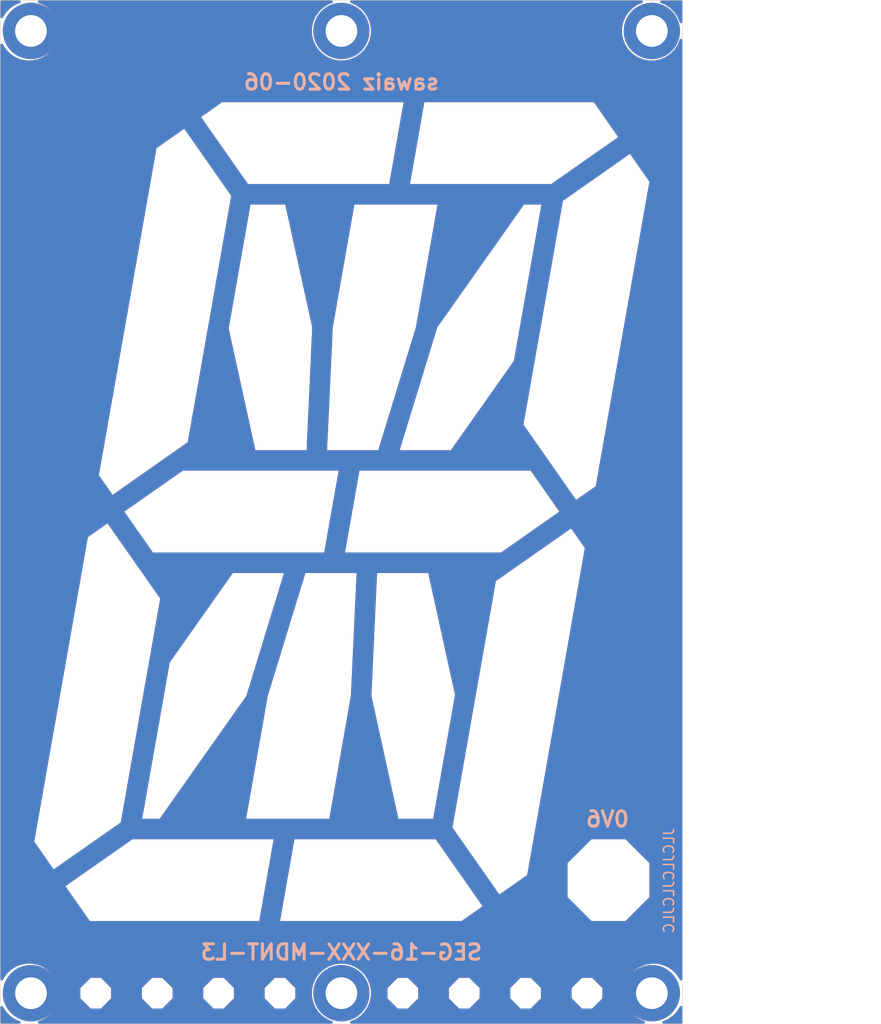
<source format=kicad_pcb>
(kicad_pcb (version 20171130) (host pcbnew "(5.1.2)-2")

  (general
    (thickness 1.6)
    (drawings 34)
    (tracks 0)
    (zones 0)
    (modules 6)
    (nets 1)
  )

  (page A4)
  (layers
    (0 F.Cu signal)
    (31 B.Cu signal)
    (32 B.Adhes user)
    (33 F.Adhes user)
    (34 B.Paste user)
    (35 F.Paste user)
    (36 B.SilkS user)
    (37 F.SilkS user)
    (38 B.Mask user)
    (39 F.Mask user)
    (40 Dwgs.User user)
    (41 Cmts.User user)
    (42 Eco1.User user)
    (43 Eco2.User user hide)
    (44 Edge.Cuts user)
    (45 Margin user)
    (46 B.CrtYd user)
    (47 F.CrtYd user)
    (48 B.Fab user)
    (49 F.Fab user)
  )

  (setup
    (last_trace_width 0.127)
    (user_trace_width 0.3)
    (user_trace_width 0.4)
    (user_trace_width 0.5)
    (user_trace_width 1)
    (user_trace_width 2)
    (trace_clearance 0.127)
    (zone_clearance 0)
    (zone_45_only no)
    (trace_min 0.127)
    (via_size 0.45)
    (via_drill 0.3)
    (via_min_size 0.45)
    (via_min_drill 0.3)
    (user_via 1 0.5)
    (uvia_size 0.3)
    (uvia_drill 0.1)
    (uvias_allowed no)
    (uvia_min_size 0.2)
    (uvia_min_drill 0.1)
    (edge_width 0.15)
    (segment_width 0.2)
    (pcb_text_width 0.3)
    (pcb_text_size 1.5 1.5)
    (mod_edge_width 0.15)
    (mod_text_size 1 1)
    (mod_text_width 0.15)
    (pad_size 1.524 1.524)
    (pad_drill 0.762)
    (pad_to_mask_clearance 0.051)
    (solder_mask_min_width 0.25)
    (aux_axis_origin 0 0)
    (visible_elements 7EFDFFFF)
    (pcbplotparams
      (layerselection 0x010fc_ffffffff)
      (usegerberextensions false)
      (usegerberattributes false)
      (usegerberadvancedattributes false)
      (creategerberjobfile false)
      (excludeedgelayer true)
      (linewidth 0.100000)
      (plotframeref false)
      (viasonmask false)
      (mode 1)
      (useauxorigin false)
      (hpglpennumber 1)
      (hpglpenspeed 20)
      (hpglpendiameter 15.000000)
      (psnegative false)
      (psa4output false)
      (plotreference true)
      (plotvalue true)
      (plotinvisibletext false)
      (padsonsilk false)
      (subtractmaskfromsilk false)
      (outputformat 1)
      (mirror false)
      (drillshape 0)
      (scaleselection 1)
      (outputdirectory "./gerbers"))
  )

  (net 0 "")

  (net_class Default "This is the default net class."
    (clearance 0.127)
    (trace_width 0.127)
    (via_dia 0.45)
    (via_drill 0.3)
    (uvia_dia 0.3)
    (uvia_drill 0.1)
  )

  (module M3:M3-3.1-Tented (layer F.Cu) (tedit 5ED61D8A) (tstamp 5CE116C1)
    (at 30.3333 47)
    (path /5EE40C0B)
    (fp_text reference H6 (at 0 4) (layer Eco2.User) hide
      (effects (font (size 1 1) (thickness 0.15)))
    )
    (fp_text value M3 (at 0 -3.5) (layer Eco2.User)
      (effects (font (size 1 1) (thickness 0.15)))
    )
    (fp_circle (center 0 0) (end 0.775 0) (layer B.Mask) (width 1.55))
    (fp_circle (center 0 0) (end 0.775 0) (layer F.Mask) (width 1.55))
    (fp_circle (center 0 0) (end 2.75 0) (layer F.Fab) (width 0.12))
    (fp_circle (center 0 0) (end 2.75 0) (layer F.CrtYd) (width 0.05))
    (fp_text user %R (at 0 0) (layer F.Fab)
      (effects (font (size 1 1) (thickness 0.15)))
    )
    (pad 1 thru_hole circle (at 0 0) (size 5.5 5.5) (drill 3.1) (layers *.Cu))
    (model ${KIPRJMOD}/components/M3/M3x8-SS-SocketHead.stp
      (offset (xyz 0 0 -8))
      (scale (xyz 1 1 1))
      (rotate (xyz 180 0 0))
    )
  )

  (module M3:M3-3.1-Tented (layer F.Cu) (tedit 5ED61D8A) (tstamp 5CE116D6)
    (at 0 47)
    (path /5EE409DD)
    (fp_text reference H5 (at 0 4) (layer Eco2.User) hide
      (effects (font (size 1 1) (thickness 0.15)))
    )
    (fp_text value M3 (at 0 -3.5) (layer Eco2.User)
      (effects (font (size 1 1) (thickness 0.15)))
    )
    (fp_circle (center 0 0) (end 0.775 0) (layer B.Mask) (width 1.55))
    (fp_circle (center 0 0) (end 0.775 0) (layer F.Mask) (width 1.55))
    (fp_circle (center 0 0) (end 2.75 0) (layer F.Fab) (width 0.12))
    (fp_circle (center 0 0) (end 2.75 0) (layer F.CrtYd) (width 0.05))
    (fp_text user %R (at 0 0) (layer F.Fab)
      (effects (font (size 1 1) (thickness 0.15)))
    )
    (pad 1 thru_hole circle (at 0 0) (size 5.5 5.5) (drill 3.1) (layers *.Cu))
    (model ${KIPRJMOD}/components/M3/M3x8-SS-SocketHead.stp
      (offset (xyz 0 0 -8))
      (scale (xyz 1 1 1))
      (rotate (xyz 180 0 0))
    )
  )

  (module M3:M3-3.1-Tented locked (layer F.Cu) (tedit 5ED61D8A) (tstamp 5ED6200C)
    (at -30.3333 47)
    (path /5EE4084A)
    (fp_text reference H4 (at 0 4) (layer Eco2.User) hide
      (effects (font (size 1 1) (thickness 0.15)))
    )
    (fp_text value M3 (at 0 -3.5) (layer Eco2.User)
      (effects (font (size 1 1) (thickness 0.15)))
    )
    (fp_circle (center 0 0) (end 0.775 0) (layer B.Mask) (width 1.55))
    (fp_circle (center 0 0) (end 0.775 0) (layer F.Mask) (width 1.55))
    (fp_circle (center 0 0) (end 2.75 0) (layer F.Fab) (width 0.12))
    (fp_circle (center 0 0) (end 2.75 0) (layer F.CrtYd) (width 0.05))
    (fp_text user %R (at 0 0) (layer F.Fab)
      (effects (font (size 1 1) (thickness 0.15)))
    )
    (pad 1 thru_hole circle (at 0 0) (size 5.5 5.5) (drill 3.1) (layers *.Cu))
    (model ${KIPRJMOD}/components/M3/M3x8-SS-SocketHead.stp
      (offset (xyz 0 0 -8))
      (scale (xyz 1 1 1))
      (rotate (xyz 180 0 0))
    )
  )

  (module M3:M3-3.1-Tented locked (layer F.Cu) (tedit 5ED61D8A) (tstamp 5CE11700)
    (at 30.3333 -47)
    (path /5EE40652)
    (fp_text reference H3 (at 0 4) (layer Eco2.User) hide
      (effects (font (size 1 1) (thickness 0.15)))
    )
    (fp_text value M3 (at 0 -3.5) (layer Eco2.User)
      (effects (font (size 1 1) (thickness 0.15)))
    )
    (fp_circle (center 0 0) (end 0.775 0) (layer B.Mask) (width 1.55))
    (fp_circle (center 0 0) (end 0.775 0) (layer F.Mask) (width 1.55))
    (fp_circle (center 0 0) (end 2.75 0) (layer F.Fab) (width 0.12))
    (fp_circle (center 0 0) (end 2.75 0) (layer F.CrtYd) (width 0.05))
    (fp_text user %R (at 0 0) (layer F.Fab)
      (effects (font (size 1 1) (thickness 0.15)))
    )
    (pad 1 thru_hole circle (at 0 0) (size 5.5 5.5) (drill 3.1) (layers *.Cu))
    (model ${KIPRJMOD}/components/M3/M3x8-SS-SocketHead.stp
      (offset (xyz 0 0 -8))
      (scale (xyz 1 1 1))
      (rotate (xyz 180 0 0))
    )
  )

  (module M3:M3-3.1-Tented locked (layer F.Cu) (tedit 5ED61D8A) (tstamp 5CE11715)
    (at 0 -47)
    (path /5EE40267)
    (fp_text reference H2 (at 0 4) (layer Eco2.User) hide
      (effects (font (size 1 1) (thickness 0.15)))
    )
    (fp_text value M3 (at 0 -3.5) (layer Eco2.User)
      (effects (font (size 1 1) (thickness 0.15)))
    )
    (fp_circle (center 0 0) (end 0.775 0) (layer B.Mask) (width 1.55))
    (fp_circle (center 0 0) (end 0.775 0) (layer F.Mask) (width 1.55))
    (fp_circle (center 0 0) (end 2.75 0) (layer F.Fab) (width 0.12))
    (fp_circle (center 0 0) (end 2.75 0) (layer F.CrtYd) (width 0.05))
    (fp_text user %R (at 0 0) (layer F.Fab)
      (effects (font (size 1 1) (thickness 0.15)))
    )
    (pad 1 thru_hole circle (at 0 0) (size 5.5 5.5) (drill 3.1) (layers *.Cu))
    (model ${KIPRJMOD}/components/M3/M3x8-SS-SocketHead.stp
      (offset (xyz 0 0 -8))
      (scale (xyz 1 1 1))
      (rotate (xyz 180 0 0))
    )
  )

  (module M3:M3-3.1-Tented locked (layer F.Cu) (tedit 5ED61D8A) (tstamp 5CE1172A)
    (at -30.3333 -47)
    (path /5EE3FD2A)
    (fp_text reference H1 (at 0 4) (layer Eco2.User) hide
      (effects (font (size 1 1) (thickness 0.15)))
    )
    (fp_text value M3 (at 0 -3.5) (layer Eco2.User)
      (effects (font (size 1 1) (thickness 0.15)))
    )
    (fp_circle (center 0 0) (end 0.775 0) (layer B.Mask) (width 1.55))
    (fp_circle (center 0 0) (end 0.775 0) (layer F.Mask) (width 1.55))
    (fp_circle (center 0 0) (end 2.75 0) (layer F.Fab) (width 0.12))
    (fp_circle (center 0 0) (end 2.75 0) (layer F.CrtYd) (width 0.05))
    (fp_text user %R (at 0 0) (layer F.Fab)
      (effects (font (size 1 1) (thickness 0.15)))
    )
    (pad 1 thru_hole circle (at 0 0) (size 5.5 5.5) (drill 3.1) (layers *.Cu))
    (model ${KIPRJMOD}/components/M3/M3x8-SS-SocketHead.stp
      (offset (xyz 0 0 -8))
      (scale (xyz 1 1 1))
      (rotate (xyz 180 0 0))
    )
  )

  (gr_text JLCJLCJLCJLC (at 32 36 90) (layer B.SilkS) (tstamp 5ED6375A)
    (effects (font (size 1 1) (thickness 0.15)) (justify mirror))
  )
  (gr_text "sawaiz 2020-06" (at 0 -42) (layer B.SilkS) (tstamp 5ED63759)
    (effects (font (size 1.5 1.5) (thickness 0.3)) (justify mirror))
  )
  (gr_text SEG-16-XXX-MDNT-L3 (at 0 43) (layer B.SilkS) (tstamp 5ED63758)
    (effects (font (size 1.5 1.5) (thickness 0.3)) (justify mirror))
  )
  (gr_text 0V6 (at 26 30) (layer B.SilkS) (tstamp 5ED63757)
    (effects (font (size 1.5 1.5) (thickness 0.3)) (justify mirror))
  )
  (gr_text "2 Layer FR4 1.6mm 1oz\nWhite Silk Black Mask" (at 34 -48) (layer Dwgs.User) (tstamp 5ED63641)
    (effects (font (size 1 1) (thickness 0.15)) (justify left))
  )
  (gr_poly (pts (xy -6.5 48.5) (xy -7.5 47.5) (xy -7.5 46.5) (xy -6.5 45.5) (xy -5.5 45.5) (xy -4.5 46.5) (xy -4.5 47.5) (xy -5.5 48.5)) (layer B.Mask) (width 0) (tstamp 5ED61890))
  (gr_poly (pts (xy 23.5 48.5) (xy 22.5 47.5) (xy 22.5 46.5) (xy 23.5 45.5) (xy 24.5 45.5) (xy 25.5 46.5) (xy 25.5 47.5) (xy 24.5 48.5)) (layer B.Mask) (width 0) (tstamp 5ED6188F))
  (gr_poly (pts (xy 17.5 48.5) (xy 16.5 47.5) (xy 16.5 46.5) (xy 17.5 45.5) (xy 18.5 45.5) (xy 19.5 46.5) (xy 19.5 47.5) (xy 18.5 48.5)) (layer B.Mask) (width 0) (tstamp 5ED6188C))
  (gr_poly (pts (xy -18.5 48.5) (xy -19.5 47.5) (xy -19.5 46.5) (xy -18.5 45.5) (xy -17.5 45.5) (xy -16.5 46.5) (xy -16.5 47.5) (xy -17.5 48.5)) (layer B.Mask) (width 0) (tstamp 5ED61889))
  (gr_poly (pts (xy -24.5 48.5) (xy -25.5 47.5) (xy -25.5 46.5) (xy -24.5 45.5) (xy -23.5 45.5) (xy -22.5 46.5) (xy -22.5 47.5) (xy -23.5 48.5)) (layer B.Mask) (width 0) (tstamp 5ED61888))
  (gr_poly (pts (xy 11.5 48.5) (xy 10.5 47.5) (xy 10.5 46.5) (xy 11.5 45.5) (xy 12.5 45.5) (xy 13.5 46.5) (xy 13.5 47.5) (xy 12.5 48.5)) (layer B.Mask) (width 0) (tstamp 5ED61885))
  (gr_poly (pts (xy -12.5 48.5) (xy -13.5 47.5) (xy -13.5 46.5) (xy -12.5 45.5) (xy -11.5 45.5) (xy -10.5 46.5) (xy -10.5 47.5) (xy -11.5 48.5)) (layer B.Mask) (width 0) (tstamp 5ED61884))
  (gr_poly (pts (xy 5.5 48.5) (xy 4.5 47.5) (xy 4.5 46.5) (xy 5.5 45.5) (xy 6.5 45.5) (xy 7.5 46.5) (xy 7.5 47.5) (xy 6.5 48.5)) (layer B.Mask) (width 0) (tstamp 5ED61882))
  (gr_line (start -33.3333 50) (end -33.3333 -50) (layer Edge.Cuts) (width 0.05))
  (gr_line (start 33.3333 -50) (end -33.3333 -50) (layer Edge.Cuts) (width 0.05))
  (gr_line (start 33.3333 50) (end 33.3333 -50) (layer Edge.Cuts) (width 0.05))
  (gr_line (start -33.3333 50) (end 33.3333 50) (layer Edge.Cuts) (width 0.05))
  (gr_poly (pts (xy -15.0123 -6.829) (xy -22.3613 -1.6805) (xy -23.70081 -3.5961) (xy -18.0702 -35.5472) (xy -15.3554 -37.4518) (xy -10.7679 -30.8951)) (layer B.Mask) (width 0.1))
  (gr_poly (pts (xy -11.6513 -40.0451) (xy 6.0815 -40.0451) (xy 4.6676 -32.0441) (xy -9.1281 -32.0441) (xy -13.7155 -38.5956)) (layer B.Mask) (width 0.1))
  (gr_poly (pts (xy 20.4956 -32.0441) (xy 6.6999 -32.0441) (xy 8.1072 -40.0451) (xy 24.6602 -40.0451) (xy 27.0467 -36.6316)) (layer B.Mask) (width 0.1))
  (gr_poly (pts (xy 28.1947 -34.9919) (xy 30.0951 -32.2759) (xy 24.8503 -2.5321) (xy 22.9348 -1.1874) (xy 17.7863 -8.5431) (xy 21.6436 -30.403)) (layer B.Mask) (width 0.1))
  (gr_poly (pts (xy 22.4426 1.595) (xy 23.7864 3.5106) (xy 18.1514 35.4617) (xy 15.4368 37.362) (xy 10.8479 30.8108) (xy 15.0925 6.7434)) (layer B.Mask) (width 0.1))
  (gr_poly (pts (xy 9.2082 31.9587) (xy 13.7957 38.5099) (xy 11.7327 39.9555) (xy -5.9944 39.9555) (xy -4.5874 31.9587)) (layer B.Mask) (width 0.1))
  (gr_poly (pts (xy -26.96538 36.5462) (xy -20.4142 31.9587) (xy -6.6186 31.9587) (xy -8.027 39.9555) (xy -24.57863 39.9555)) (layer B.Mask) (width 0.1))
  (gr_poly (pts (xy -24.77018 2.4466) (xy -22.8547 1.1032) (xy -17.705 8.4534) (xy -21.558 30.3188) (xy -28.11466 34.9063) (xy -30.0136 32.1916)) (layer B.Mask) (width 0.1))
  (gr_poly (pts (xy -8.4032 -6.0405) (xy -11.016 -17.9468) (xy -8.8841 -30.0435) (xy -5.4873 -30.0435) (xy -2.8511 -18.042) (xy -3.4023 -6.0405)) (layer B.Mask) (width 0.1))
  (gr_poly (pts (xy 1.2706 -30.0435) (xy 9.3927 -30.0435) (xy 7.276 -18.042) (xy 3.5994 -6.0405) (xy -1.4014 -6.0405) (xy -0.8461 -18.042)) (layer B.Mask) (width 0.1))
  (gr_poly (pts (xy 9.3666 -18.042) (xy 17.8389 -30.0435) (xy 19.5474 -30.0435) (xy 16.855 -14.7774) (xy 10.6895 -6.0405) (xy 5.6885 -6.0405)) (layer B.Mask) (width 0.1))
  (gr_poly (pts (xy 21.295 -0.0447) (xy 15.5843 3.9554) (xy 0.3501 3.9554) (xy 1.7626 -4.0452) (xy 18.4947 -4.0452)) (layer B.Mask) (width 0.1))
  (gr_poly (pts (xy 3.4822 5.955) (xy 8.4832 5.955) (xy 11.1029 17.8559) (xy 8.9641 29.9592) (xy 5.5675 29.9592) (xy 2.9326 17.9579)) (layer B.Mask) (width 0.1))
  (gr_poly (pts (xy -9.2865 17.9565) (xy -17.7587 29.9592) (xy -19.4675 29.9592) (xy -16.7734 14.6919) (xy -10.6094 5.955) (xy -5.6086 5.955)) (layer B.Mask) (width 0.1))
  (gr_poly (pts (xy -1.185 29.9592) (xy -9.3127 29.9592) (xy -7.1961 17.9565) (xy -3.5181 5.955) (xy 1.4828 5.955) (xy 0.9261 17.9565)) (layer B.Mask) (width 0.1))
  (gr_poly (pts (xy -21.2134 -0.0447) (xy -15.4987 -4.0452) (xy -0.2686 -4.0452) (xy -1.6825 3.9554) (xy -18.4146 3.9554)) (layer B.Mask) (width 0.1))
  (gr_poly (pts (xy 24.4383 31.9587) (xy 27.7495 31.9587) (xy 30.0951 34.2973) (xy 30.0951 37.6156) (xy 27.7495 39.9555) (xy 24.4383 39.9555) (xy 22.0927 37.6156) (xy 22.0927 34.2973)) (layer B.Mask) (width 0.1))

  (zone (net 0) (net_name "") (layer B.Cu) (tstamp 5EBAA33E) (hatch edge 0.508)
    (connect_pads (clearance 0))
    (min_thickness 0.254)
    (fill yes (arc_segments 32) (thermal_gap 0.508) (thermal_bridge_width 0.508))
    (polygon
      (pts
        (xy 33.3333 50) (xy 33.3333 -50) (xy -33.3333 -50) (xy -33.3333 50)
      )
    )
    (filled_polygon
      (pts
        (xy -33.16211 48.422928) (xy -32.833359 48.914938) (xy -32.414938 49.333359) (xy -31.922928 49.66211) (xy -31.47415 49.848)
        (xy -33.1813 49.848) (xy -33.1813 48.376599)
      )
    )
    (filled_polygon
      (pts
        (xy 33.1813 49.848) (xy 31.47415 49.848) (xy 31.922928 49.66211) (xy 32.414938 49.333359) (xy 32.833359 48.914938)
        (xy 33.16211 48.422928) (xy 33.1813 48.376599)
      )
    )
    (filled_polygon
      (pts
        (xy -1.422928 -49.66211) (xy -1.914938 -49.333359) (xy -2.333359 -48.914938) (xy -2.66211 -48.422928) (xy -2.888558 -47.876234)
        (xy -3.004 -47.295868) (xy -3.004 -46.704132) (xy -2.888558 -46.123766) (xy -2.66211 -45.577072) (xy -2.333359 -45.085062)
        (xy -1.914938 -44.666641) (xy -1.422928 -44.33789) (xy -0.876234 -44.111442) (xy -0.295868 -43.996) (xy 0.295868 -43.996)
        (xy 0.876234 -44.111442) (xy 1.422928 -44.33789) (xy 1.914938 -44.666641) (xy 2.333359 -45.085062) (xy 2.66211 -45.577072)
        (xy 2.888558 -46.123766) (xy 3.004 -46.704132) (xy 3.004 -47.295868) (xy 2.888558 -47.876234) (xy 2.66211 -48.422928)
        (xy 2.333359 -48.914938) (xy 1.914938 -49.333359) (xy 1.422928 -49.66211) (xy 0.97415 -49.848) (xy 29.32585 -49.848)
        (xy 28.877072 -49.66211) (xy 28.385062 -49.333359) (xy 27.966641 -48.914938) (xy 27.63789 -48.422928) (xy 27.411442 -47.876234)
        (xy 27.296 -47.295868) (xy 27.296 -46.704132) (xy 27.411442 -46.123766) (xy 27.63789 -45.577072) (xy 27.966641 -45.085062)
        (xy 28.385062 -44.666641) (xy 28.877072 -44.33789) (xy 29.423766 -44.111442) (xy 30.004132 -43.996) (xy 30.595868 -43.996)
        (xy 31.176234 -44.111442) (xy 31.722928 -44.33789) (xy 32.214938 -44.666641) (xy 32.633359 -45.085062) (xy 32.96211 -45.577072)
        (xy 33.181301 -46.106246) (xy 33.1813 45.623401) (xy 33.16211 45.577072) (xy 32.833359 45.085062) (xy 32.414938 44.666641)
        (xy 31.922928 44.33789) (xy 31.376234 44.111442) (xy 30.795868 43.996) (xy 30.204132 43.996) (xy 29.623766 44.111442)
        (xy 29.077072 44.33789) (xy 28.585062 44.666641) (xy 28.166641 45.085062) (xy 27.83789 45.577072) (xy 27.611442 46.123766)
        (xy 27.496 46.704132) (xy 27.496 47.295868) (xy 27.611442 47.876234) (xy 27.83789 48.422928) (xy 28.166641 48.914938)
        (xy 28.585062 49.333359) (xy 29.077072 49.66211) (xy 29.52585 49.848) (xy 0.97415 49.848) (xy 1.422928 49.66211)
        (xy 1.914938 49.333359) (xy 2.333359 48.914938) (xy 2.66211 48.422928) (xy 2.888558 47.876234) (xy 3.004 47.295868)
        (xy 3.004 46.704132) (xy 2.963396 46.5) (xy 4.373 46.5) (xy 4.373 47.5) (xy 4.37544 47.524776)
        (xy 4.382667 47.548601) (xy 4.394403 47.570557) (xy 4.410197 47.589803) (xy 5.410197 48.589803) (xy 5.429443 48.605597)
        (xy 5.451399 48.617333) (xy 5.475224 48.62456) (xy 5.5 48.627) (xy 6.5 48.627) (xy 6.524776 48.62456)
        (xy 6.548601 48.617333) (xy 6.570557 48.605597) (xy 6.589803 48.589803) (xy 7.589803 47.589803) (xy 7.605597 47.570557)
        (xy 7.617333 47.548601) (xy 7.62456 47.524776) (xy 7.627 47.5) (xy 7.627 46.5) (xy 10.373 46.5)
        (xy 10.373 47.5) (xy 10.37544 47.524776) (xy 10.382667 47.548601) (xy 10.394403 47.570557) (xy 10.410197 47.589803)
        (xy 11.410197 48.589803) (xy 11.429443 48.605597) (xy 11.451399 48.617333) (xy 11.475224 48.62456) (xy 11.5 48.627)
        (xy 12.5 48.627) (xy 12.524776 48.62456) (xy 12.548601 48.617333) (xy 12.570557 48.605597) (xy 12.589803 48.589803)
        (xy 13.589803 47.589803) (xy 13.605597 47.570557) (xy 13.617333 47.548601) (xy 13.62456 47.524776) (xy 13.627 47.5)
        (xy 13.627 46.5) (xy 16.373 46.5) (xy 16.373 47.5) (xy 16.37544 47.524776) (xy 16.382667 47.548601)
        (xy 16.394403 47.570557) (xy 16.410197 47.589803) (xy 17.410197 48.589803) (xy 17.429443 48.605597) (xy 17.451399 48.617333)
        (xy 17.475224 48.62456) (xy 17.5 48.627) (xy 18.5 48.627) (xy 18.524776 48.62456) (xy 18.548601 48.617333)
        (xy 18.570557 48.605597) (xy 18.589803 48.589803) (xy 19.589803 47.589803) (xy 19.605597 47.570557) (xy 19.617333 47.548601)
        (xy 19.62456 47.524776) (xy 19.627 47.5) (xy 19.627 46.5) (xy 22.373 46.5) (xy 22.373 47.5)
        (xy 22.37544 47.524776) (xy 22.382667 47.548601) (xy 22.394403 47.570557) (xy 22.410197 47.589803) (xy 23.410197 48.589803)
        (xy 23.429443 48.605597) (xy 23.451399 48.617333) (xy 23.475224 48.62456) (xy 23.5 48.627) (xy 24.5 48.627)
        (xy 24.524776 48.62456) (xy 24.548601 48.617333) (xy 24.570557 48.605597) (xy 24.589803 48.589803) (xy 25.589803 47.589803)
        (xy 25.605597 47.570557) (xy 25.617333 47.548601) (xy 25.62456 47.524776) (xy 25.627 47.5) (xy 25.627 46.5)
        (xy 25.62456 46.475224) (xy 25.617333 46.451399) (xy 25.605597 46.429443) (xy 25.589803 46.410197) (xy 24.589803 45.410197)
        (xy 24.570557 45.394403) (xy 24.548601 45.382667) (xy 24.524776 45.37544) (xy 24.5 45.373) (xy 23.5 45.373)
        (xy 23.475224 45.37544) (xy 23.451399 45.382667) (xy 23.429443 45.394403) (xy 23.410197 45.410197) (xy 22.410197 46.410197)
        (xy 22.394403 46.429443) (xy 22.382667 46.451399) (xy 22.37544 46.475224) (xy 22.373 46.5) (xy 19.627 46.5)
        (xy 19.62456 46.475224) (xy 19.617333 46.451399) (xy 19.605597 46.429443) (xy 19.589803 46.410197) (xy 18.589803 45.410197)
        (xy 18.570557 45.394403) (xy 18.548601 45.382667) (xy 18.524776 45.37544) (xy 18.5 45.373) (xy 17.5 45.373)
        (xy 17.475224 45.37544) (xy 17.451399 45.382667) (xy 17.429443 45.394403) (xy 17.410197 45.410197) (xy 16.410197 46.410197)
        (xy 16.394403 46.429443) (xy 16.382667 46.451399) (xy 16.37544 46.475224) (xy 16.373 46.5) (xy 13.627 46.5)
        (xy 13.62456 46.475224) (xy 13.617333 46.451399) (xy 13.605597 46.429443) (xy 13.589803 46.410197) (xy 12.589803 45.410197)
        (xy 12.570557 45.394403) (xy 12.548601 45.382667) (xy 12.524776 45.37544) (xy 12.5 45.373) (xy 11.5 45.373)
        (xy 11.475224 45.37544) (xy 11.451399 45.382667) (xy 11.429443 45.394403) (xy 11.410197 45.410197) (xy 10.410197 46.410197)
        (xy 10.394403 46.429443) (xy 10.382667 46.451399) (xy 10.37544 46.475224) (xy 10.373 46.5) (xy 7.627 46.5)
        (xy 7.62456 46.475224) (xy 7.617333 46.451399) (xy 7.605597 46.429443) (xy 7.589803 46.410197) (xy 6.589803 45.410197)
        (xy 6.570557 45.394403) (xy 6.548601 45.382667) (xy 6.524776 45.37544) (xy 6.5 45.373) (xy 5.5 45.373)
        (xy 5.475224 45.37544) (xy 5.451399 45.382667) (xy 5.429443 45.394403) (xy 5.410197 45.410197) (xy 4.410197 46.410197)
        (xy 4.394403 46.429443) (xy 4.382667 46.451399) (xy 4.37544 46.475224) (xy 4.373 46.5) (xy 2.963396 46.5)
        (xy 2.888558 46.123766) (xy 2.66211 45.577072) (xy 2.333359 45.085062) (xy 1.914938 44.666641) (xy 1.422928 44.33789)
        (xy 0.876234 44.111442) (xy 0.295868 43.996) (xy -0.295868 43.996) (xy -0.876234 44.111442) (xy -1.422928 44.33789)
        (xy -1.914938 44.666641) (xy -2.333359 45.085062) (xy -2.66211 45.577072) (xy -2.888558 46.123766) (xy -3.004 46.704132)
        (xy -3.004 47.295868) (xy -2.888558 47.876234) (xy -2.66211 48.422928) (xy -2.333359 48.914938) (xy -1.914938 49.333359)
        (xy -1.422928 49.66211) (xy -0.97415 49.848) (xy -29.52585 49.848) (xy -29.077072 49.66211) (xy -28.585062 49.333359)
        (xy -28.166641 48.914938) (xy -27.83789 48.422928) (xy -27.611442 47.876234) (xy -27.496 47.295868) (xy -27.496 46.704132)
        (xy -27.536604 46.5) (xy -25.627 46.5) (xy -25.627 47.5) (xy -25.62456 47.524776) (xy -25.617333 47.548601)
        (xy -25.605597 47.570557) (xy -25.589803 47.589803) (xy -24.589803 48.589803) (xy -24.570557 48.605597) (xy -24.548601 48.617333)
        (xy -24.524776 48.62456) (xy -24.5 48.627) (xy -23.5 48.627) (xy -23.475224 48.62456) (xy -23.451399 48.617333)
        (xy -23.429443 48.605597) (xy -23.410197 48.589803) (xy -22.410197 47.589803) (xy -22.394403 47.570557) (xy -22.382667 47.548601)
        (xy -22.37544 47.524776) (xy -22.373 47.5) (xy -22.373 46.5) (xy -19.627 46.5) (xy -19.627 47.5)
        (xy -19.62456 47.524776) (xy -19.617333 47.548601) (xy -19.605597 47.570557) (xy -19.589803 47.589803) (xy -18.589803 48.589803)
        (xy -18.570557 48.605597) (xy -18.548601 48.617333) (xy -18.524776 48.62456) (xy -18.5 48.627) (xy -17.5 48.627)
        (xy -17.475224 48.62456) (xy -17.451399 48.617333) (xy -17.429443 48.605597) (xy -17.410197 48.589803) (xy -16.410197 47.589803)
        (xy -16.394403 47.570557) (xy -16.382667 47.548601) (xy -16.37544 47.524776) (xy -16.373 47.5) (xy -16.373 46.5)
        (xy -13.627 46.5) (xy -13.627 47.5) (xy -13.62456 47.524776) (xy -13.617333 47.548601) (xy -13.605597 47.570557)
        (xy -13.589803 47.589803) (xy -12.589803 48.589803) (xy -12.570557 48.605597) (xy -12.548601 48.617333) (xy -12.524776 48.62456)
        (xy -12.5 48.627) (xy -11.5 48.627) (xy -11.475224 48.62456) (xy -11.451399 48.617333) (xy -11.429443 48.605597)
        (xy -11.410197 48.589803) (xy -10.410197 47.589803) (xy -10.394403 47.570557) (xy -10.382667 47.548601) (xy -10.37544 47.524776)
        (xy -10.373 47.5) (xy -10.373 46.5) (xy -7.627 46.5) (xy -7.627 47.5) (xy -7.62456 47.524776)
        (xy -7.617333 47.548601) (xy -7.605597 47.570557) (xy -7.589803 47.589803) (xy -6.589803 48.589803) (xy -6.570557 48.605597)
        (xy -6.548601 48.617333) (xy -6.524776 48.62456) (xy -6.5 48.627) (xy -5.5 48.627) (xy -5.475224 48.62456)
        (xy -5.451399 48.617333) (xy -5.429443 48.605597) (xy -5.410197 48.589803) (xy -4.410197 47.589803) (xy -4.394403 47.570557)
        (xy -4.382667 47.548601) (xy -4.37544 47.524776) (xy -4.373 47.5) (xy -4.373 46.5) (xy -4.37544 46.475224)
        (xy -4.382667 46.451399) (xy -4.394403 46.429443) (xy -4.410197 46.410197) (xy -5.410197 45.410197) (xy -5.429443 45.394403)
        (xy -5.451399 45.382667) (xy -5.475224 45.37544) (xy -5.5 45.373) (xy -6.5 45.373) (xy -6.524776 45.37544)
        (xy -6.548601 45.382667) (xy -6.570557 45.394403) (xy -6.589803 45.410197) (xy -7.589803 46.410197) (xy -7.605597 46.429443)
        (xy -7.617333 46.451399) (xy -7.62456 46.475224) (xy -7.627 46.5) (xy -10.373 46.5) (xy -10.37544 46.475224)
        (xy -10.382667 46.451399) (xy -10.394403 46.429443) (xy -10.410197 46.410197) (xy -11.410197 45.410197) (xy -11.429443 45.394403)
        (xy -11.451399 45.382667) (xy -11.475224 45.37544) (xy -11.5 45.373) (xy -12.5 45.373) (xy -12.524776 45.37544)
        (xy -12.548601 45.382667) (xy -12.570557 45.394403) (xy -12.589803 45.410197) (xy -13.589803 46.410197) (xy -13.605597 46.429443)
        (xy -13.617333 46.451399) (xy -13.62456 46.475224) (xy -13.627 46.5) (xy -16.373 46.5) (xy -16.37544 46.475224)
        (xy -16.382667 46.451399) (xy -16.394403 46.429443) (xy -16.410197 46.410197) (xy -17.410197 45.410197) (xy -17.429443 45.394403)
        (xy -17.451399 45.382667) (xy -17.475224 45.37544) (xy -17.5 45.373) (xy -18.5 45.373) (xy -18.524776 45.37544)
        (xy -18.548601 45.382667) (xy -18.570557 45.394403) (xy -18.589803 45.410197) (xy -19.589803 46.410197) (xy -19.605597 46.429443)
        (xy -19.617333 46.451399) (xy -19.62456 46.475224) (xy -19.627 46.5) (xy -22.373 46.5) (xy -22.37544 46.475224)
        (xy -22.382667 46.451399) (xy -22.394403 46.429443) (xy -22.410197 46.410197) (xy -23.410197 45.410197) (xy -23.429443 45.394403)
        (xy -23.451399 45.382667) (xy -23.475224 45.37544) (xy -23.5 45.373) (xy -24.5 45.373) (xy -24.524776 45.37544)
        (xy -24.548601 45.382667) (xy -24.570557 45.394403) (xy -24.589803 45.410197) (xy -25.589803 46.410197) (xy -25.605597 46.429443)
        (xy -25.617333 46.451399) (xy -25.62456 46.475224) (xy -25.627 46.5) (xy -27.536604 46.5) (xy -27.611442 46.123766)
        (xy -27.83789 45.577072) (xy -28.166641 45.085062) (xy -28.585062 44.666641) (xy -29.077072 44.33789) (xy -29.623766 44.111442)
        (xy -30.204132 43.996) (xy -30.795868 43.996) (xy -31.376234 44.111442) (xy -31.922928 44.33789) (xy -32.414938 44.666641)
        (xy -32.833359 45.085062) (xy -33.16211 45.577072) (xy -33.1813 45.623401) (xy -33.1813 36.548959) (xy -27.09235 36.548959)
        (xy -27.089372 36.573676) (xy -27.081629 36.597338) (xy -27.069419 36.619035) (xy -24.682669 40.028335) (xy -24.668433 40.045303)
        (xy -24.649187 40.061097) (xy -24.627231 40.072833) (xy -24.603406 40.08006) (xy -24.57863 40.0825) (xy -8.027 40.0825)
        (xy -7.999487 40.079484) (xy -7.975828 40.071734) (xy -7.954135 40.059518) (xy -7.935242 40.043304) (xy -7.919876 40.023716)
        (xy -7.908626 40.001506) (xy -7.901925 39.977528) (xy -7.898046 39.9555) (xy -6.1214 39.9555) (xy -6.11896 39.980276)
        (xy -6.111733 40.004101) (xy -6.099997 40.026057) (xy -6.084203 40.045303) (xy -6.064957 40.061097) (xy -6.043001 40.072833)
        (xy -6.019176 40.08006) (xy -5.9944 40.0825) (xy 11.7327 40.0825) (xy 11.760231 40.07948) (xy 11.783889 40.071727)
        (xy 11.80558 40.059507) (xy 13.86858 38.613907) (xy 13.887443 38.597719) (xy 13.902813 38.578134) (xy 13.914066 38.555926)
        (xy 13.920771 38.531949) (xy 13.92267 38.507126) (xy 13.919689 38.482408) (xy 13.911943 38.458748) (xy 13.89973 38.437053)
        (xy 9.31223 31.885853) (xy 9.298003 31.868897) (xy 9.278757 31.853103) (xy 9.256801 31.841367) (xy 9.232976 31.83414)
        (xy 9.2082 31.8317) (xy -4.5874 31.8317) (xy -4.614934 31.834721) (xy -4.638592 31.842474) (xy -4.660283 31.854695)
        (xy -4.679173 31.870912) (xy -4.694536 31.890503) (xy -4.705782 31.912714) (xy -4.712479 31.936693) (xy -6.119479 39.933493)
        (xy -6.1214 39.9555) (xy -7.898046 39.9555) (xy -6.493525 31.980728) (xy -6.4916 31.9587) (xy -6.49404 31.933924)
        (xy -6.501267 31.910099) (xy -6.513003 31.888143) (xy -6.528797 31.868897) (xy -6.548043 31.853103) (xy -6.569999 31.841367)
        (xy -6.593824 31.83414) (xy -6.6186 31.8317) (xy -20.4142 31.8317) (xy -20.441692 31.834711) (xy -20.465353 31.842457)
        (xy -20.487048 31.85467) (xy -27.038228 36.44217) (xy -27.057112 36.458369) (xy -27.072484 36.477953) (xy -27.083741 36.500159)
        (xy -27.090449 36.524135) (xy -27.09235 36.548959) (xy -33.1813 36.548959) (xy -33.1813 32.19431) (xy -30.140571 32.19431)
        (xy -30.137603 32.219029) (xy -30.129869 32.242694) (xy -30.117667 32.264395) (xy -28.218727 34.979095) (xy -28.202515 34.998009)
        (xy -28.182936 35.013386) (xy -28.160732 35.024648) (xy -28.136758 35.031363) (xy -28.111935 35.033271) (xy -28.087217 35.030299)
        (xy -28.063553 35.022563) (xy -28.041853 35.010359) (xy -22.043648 30.813593) (xy 10.720931 30.813593) (xy 10.723915 30.838309)
        (xy 10.731664 30.861969) (xy 10.74388 30.883662) (xy 15.33278 37.434862) (xy 15.348967 37.45373) (xy 15.36855 37.469103)
        (xy 15.390756 37.480359) (xy 15.414732 37.487068) (xy 15.439555 37.48897) (xy 15.464273 37.485993) (xy 15.487935 37.478251)
        (xy 15.509632 37.466041) (xy 18.224232 35.565741) (xy 18.243137 35.549525) (xy 18.258508 35.529941) (xy 18.269763 35.507734)
        (xy 18.27647 35.483758) (xy 18.485717 34.2973) (xy 21.9657 34.2973) (xy 21.9657 37.6156) (xy 21.968171 37.640528)
        (xy 21.975427 37.664343) (xy 21.987189 37.686286) (xy 22.003007 37.705512) (xy 24.348607 40.045412) (xy 24.367743 40.061097)
        (xy 24.389699 40.072833) (xy 24.413524 40.08006) (xy 24.4383 40.0825) (xy 27.7495 40.0825) (xy 27.774125 40.08009)
        (xy 27.797958 40.072892) (xy 27.819929 40.061182) (xy 27.839193 40.045412) (xy 30.184793 37.705512) (xy 30.200697 37.686157)
        (xy 30.212433 37.664201) (xy 30.21966 37.640376) (xy 30.2221 37.6156) (xy 30.2221 34.2973) (xy 30.219623 34.272337)
        (xy 30.21236 34.248524) (xy 30.200591 34.226585) (xy 30.184768 34.207363) (xy 27.839168 31.868763) (xy 27.820057 31.853103)
        (xy 27.798101 31.841367) (xy 27.774276 31.83414) (xy 27.7495 31.8317) (xy 24.4383 31.8317) (xy 24.41371 31.834103)
        (xy 24.389875 31.841295) (xy 24.3679 31.852998) (xy 24.348632 31.868763) (xy 22.003032 34.207363) (xy 21.987103 34.226743)
        (xy 21.975367 34.248699) (xy 21.96814 34.272524) (xy 21.9657 34.2973) (xy 18.485717 34.2973) (xy 23.91147 3.532658)
        (xy 23.913367 3.507719) (xy 23.910366 3.483004) (xy 23.9026 3.45935) (xy 23.890369 3.437665) (xy 22.546569 1.522065)
        (xy 22.530407 1.503245) (xy 22.510819 1.487878) (xy 22.48861 1.476627) (xy 22.464633 1.469926) (xy 22.439809 1.468031)
        (xy 22.415092 1.471015) (xy 22.391432 1.478764) (xy 22.369739 1.49098) (xy 15.019639 6.63938) (xy 15.000763 6.655575)
        (xy 14.985392 6.675159) (xy 14.974137 6.697366) (xy 14.96743 6.721342) (xy 10.72283 30.788742) (xy 10.720931 30.813593)
        (xy -22.043648 30.813593) (xy -21.485193 30.422859) (xy -21.46625 30.406612) (xy -21.450882 30.387025) (xy -21.43963 30.364817)
        (xy -21.432927 30.34084) (xy -21.365677 29.9592) (xy -19.5945 29.9592) (xy -19.59206 29.983976) (xy -19.584833 30.007801)
        (xy -19.573097 30.029757) (xy -19.557303 30.049003) (xy -19.538057 30.064797) (xy -19.516101 30.076533) (xy -19.492276 30.08376)
        (xy -19.4675 30.0862) (xy -17.7587 30.0862) (xy -17.73712 30.084353) (xy -17.713118 30.077738) (xy -17.690868 30.066568)
        (xy -17.671225 30.051272) (xy -17.654944 30.032437) (xy -17.60325 29.9592) (xy -9.4397 29.9592) (xy -9.43726 29.983976)
        (xy -9.430033 30.007801) (xy -9.418297 30.029757) (xy -9.402503 30.049003) (xy -9.383257 30.064797) (xy -9.361301 30.076533)
        (xy -9.337476 30.08376) (xy -9.3127 30.0862) (xy -1.185 30.0862) (xy -1.157459 30.083178) (xy -1.133801 30.075423)
        (xy -1.112111 30.063201) (xy -1.093222 30.046983) (xy -1.07786 30.027391) (xy -1.066615 30.005179) (xy -1.05992 29.9812)
        (xy 1.05118 17.9785) (xy 1.052964 17.962385) (xy 1.053441 17.952091) (xy 2.805733 17.952091) (xy 2.808554 17.985134)
        (xy 5.443454 29.986434) (xy 5.450167 30.007801) (xy 5.461903 30.029757) (xy 5.477697 30.049003) (xy 5.496943 30.064797)
        (xy 5.518899 30.076533) (xy 5.542724 30.08376) (xy 5.5675 30.0862) (xy 8.9641 30.0862) (xy 8.991542 30.0832)
        (xy 9.015205 30.075464) (xy 9.036905 30.06326) (xy 9.055807 30.047056) (xy 9.071185 30.027477) (xy 9.082448 30.005274)
        (xy 9.089162 29.9813) (xy 11.227962 17.878) (xy 11.229874 17.853319) (xy 11.226931 17.828598) (xy 8.607231 5.927698)
        (xy 8.600533 5.906399) (xy 8.588797 5.884443) (xy 8.573003 5.865197) (xy 8.553757 5.849403) (xy 8.531801 5.837667)
        (xy 8.507976 5.83044) (xy 8.4832 5.828) (xy 3.4822 5.828) (xy 3.463147 5.829437) (xy 3.439017 5.835567)
        (xy 3.416547 5.846287) (xy 3.396599 5.861184) (xy 3.379941 5.879686) (xy 3.367213 5.901083) (xy 3.358904 5.924552)
        (xy 3.355333 5.949191) (xy 2.805733 17.952091) (xy 1.053441 17.952091) (xy 1.609664 5.960885) (xy 1.60736 5.930224)
        (xy 1.600133 5.906399) (xy 1.588397 5.884443) (xy 1.572603 5.865197) (xy 1.553357 5.849403) (xy 1.531401 5.837667)
        (xy 1.507576 5.83044) (xy 1.4828 5.828) (xy -3.5181 5.828) (xy -3.55462 5.833364) (xy -3.577648 5.842826)
        (xy -3.598388 5.856598) (xy -3.616042 5.874153) (xy -3.629933 5.894814) (xy -3.639526 5.917788) (xy -7.317526 17.919288)
        (xy -7.32117 17.934445) (xy -9.43777 29.937145) (xy -9.4397 29.9592) (xy -17.60325 29.9592) (xy -9.182744 18.029737)
        (xy -9.174667 18.016686) (xy -9.165074 17.993711) (xy -5.487174 5.992211) (xy -5.48404 5.979776) (xy -5.4816 5.955)
        (xy -5.48404 5.930224) (xy -5.491267 5.906399) (xy -5.503003 5.884443) (xy -5.518797 5.865197) (xy -5.538043 5.849403)
        (xy -5.559999 5.837667) (xy -5.583824 5.83044) (xy -5.6086 5.828) (xy -10.6094 5.828) (xy -10.631009 5.829852)
        (xy -10.655009 5.836472) (xy -10.677256 5.847648) (xy -10.696896 5.862948) (xy -10.713173 5.881787) (xy -16.877173 14.618687)
        (xy -16.891759 14.645855) (xy -16.898468 14.66983) (xy -19.592568 29.93713) (xy -19.5945 29.9592) (xy -21.365677 29.9592)
        (xy -17.579927 8.47544) (xy -17.578031 8.450594) (xy -17.581018 8.425878) (xy -17.58877 8.402219) (xy -17.600988 8.380527)
        (xy -22.750688 1.030327) (xy -22.766947 1.011393) (xy -22.786544 0.996038) (xy -22.80876 0.9848) (xy -22.832742 0.978113)
        (xy -22.857567 0.976232) (xy -22.882282 0.979231) (xy -22.905937 0.986994) (xy -22.927623 0.999223) (xy -24.843103 2.342623)
        (xy -24.861924 2.358782) (xy -24.877294 2.378368) (xy -24.888547 2.400576) (xy -24.895252 2.424552) (xy -30.138672 32.169552)
        (xy -30.140571 32.19431) (xy -33.1813 32.19431) (xy -33.1813 -0.041974) (xy -21.340371 -0.041974) (xy -21.337399 -0.017256)
        (xy -21.329663 0.006408) (xy -21.317458 0.028108) (xy -18.518658 4.028208) (xy -18.504403 4.045203) (xy -18.485157 4.060997)
        (xy -18.463201 4.072733) (xy -18.439376 4.07996) (xy -18.4146 4.0824) (xy -1.6825 4.0824) (xy -1.65506 4.0794)
        (xy -1.631396 4.071664) (xy -1.609696 4.05946) (xy -1.590794 4.043257) (xy -1.575416 4.023678) (xy -1.564153 4.001475)
        (xy -1.557438 3.977502) (xy -1.553533 3.9554) (xy 0.2231 3.9554) (xy 0.22554 3.980176) (xy 0.232767 4.004001)
        (xy 0.244503 4.025957) (xy 0.260297 4.045203) (xy 0.279543 4.060997) (xy 0.301499 4.072733) (xy 0.325324 4.07996)
        (xy 0.3501 4.0824) (xy 15.5843 4.0824) (xy 15.611809 4.079385) (xy 15.635468 4.071636) (xy 15.657162 4.05942)
        (xy 21.367862 0.05932) (xy 21.386727 0.043136) (xy 21.402101 0.023553) (xy 21.413358 0.001347) (xy 21.420067 -0.022628)
        (xy 21.42197 -0.047452) (xy 21.418994 -0.07217) (xy 21.411252 -0.095832) (xy 21.399043 -0.117529) (xy 18.598743 -4.118029)
        (xy 18.584503 -4.135003) (xy 18.565257 -4.150797) (xy 18.543301 -4.162533) (xy 18.519476 -4.16976) (xy 18.4947 -4.1722)
        (xy 1.7626 -4.1722) (xy 1.735139 -4.169196) (xy 1.711476 -4.161456) (xy 1.689778 -4.149248) (xy 1.670879 -4.133042)
        (xy 1.655504 -4.11346) (xy 1.644245 -4.091255) (xy 1.637534 -4.06728) (xy 0.225034 3.93332) (xy 0.2231 3.9554)
        (xy -1.553533 3.9554) (xy -0.143538 -4.023098) (xy -0.1416 -4.0452) (xy -0.14404 -4.069976) (xy -0.151267 -4.093801)
        (xy -0.163003 -4.115757) (xy -0.178797 -4.135003) (xy -0.198043 -4.150797) (xy -0.219999 -4.162533) (xy -0.243824 -4.16976)
        (xy -0.2686 -4.1722) (xy -15.4987 -4.1722) (xy -15.526174 -4.169193) (xy -15.549836 -4.16145) (xy -15.571532 -4.149241)
        (xy -21.286232 -0.148741) (xy -21.305109 -0.132554) (xy -21.320487 -0.112975) (xy -21.331749 -0.090771) (xy -21.338463 -0.066797)
        (xy -21.340371 -0.041974) (xy -33.1813 -0.041974) (xy -33.1813 -3.59341) (xy -23.827782 -3.59341) (xy -23.824817 -3.568691)
        (xy -23.817087 -3.545025) (xy -23.804888 -3.523322) (xy -22.465378 -1.607722) (xy -22.4491 -1.588738) (xy -22.429511 -1.573373)
        (xy -22.407301 -1.562124) (xy -22.383323 -1.555424) (xy -22.358499 -1.553531) (xy -22.333782 -1.556517) (xy -22.310123 -1.564268)
        (xy -22.28843 -1.576485) (xy -14.93943 -6.724985) (xy -14.920563 -6.741175) (xy -14.905192 -6.760759) (xy -14.893937 -6.782966)
        (xy -14.88723 -6.806942) (xy -12.922998 -17.944302) (xy -11.142975 -17.944302) (xy -11.140048 -17.919578) (xy -8.527248 -6.013278)
        (xy -8.520533 -5.991899) (xy -8.508797 -5.969943) (xy -8.493003 -5.950697) (xy -8.473757 -5.934903) (xy -8.451801 -5.923167)
        (xy -8.427976 -5.91594) (xy -8.4032 -5.9135) (xy -3.4023 -5.9135) (xy -3.383264 -5.914935) (xy -3.359134 -5.921061)
        (xy -3.336662 -5.931777) (xy -3.316712 -5.946672) (xy -3.300052 -5.965172) (xy -3.287321 -5.986567) (xy -3.279008 -6.010035)
        (xy -3.275434 -6.034673) (xy -3.274897 -6.04637) (xy -1.528264 -6.04637) (xy -1.52596 -6.015724) (xy -1.518733 -5.991899)
        (xy -1.506997 -5.969943) (xy -1.491203 -5.950697) (xy -1.471957 -5.934903) (xy -1.450001 -5.923167) (xy -1.426176 -5.91594)
        (xy -1.4014 -5.9135) (xy 3.5994 -5.9135) (xy 3.635933 -5.918868) (xy 3.65896 -5.928332) (xy 3.679698 -5.942107)
        (xy 3.697351 -5.959663) (xy 3.711239 -5.980326) (xy 3.72083 -6.003301) (xy 3.732225 -6.0405) (xy 5.5615 -6.0405)
        (xy 5.56394 -6.015724) (xy 5.571167 -5.991899) (xy 5.582903 -5.969943) (xy 5.598697 -5.950697) (xy 5.617943 -5.934903)
        (xy 5.639899 -5.923167) (xy 5.663724 -5.91594) (xy 5.6885 -5.9135) (xy 10.6895 -5.9135) (xy 10.711095 -5.915349)
        (xy 10.735095 -5.921967) (xy 10.757344 -5.93314) (xy 10.776985 -5.948438) (xy 10.793265 -5.967275) (xy 12.609047 -8.540353)
        (xy 17.65933 -8.540353) (xy 17.662305 -8.515635) (xy 17.670046 -8.491973) (xy 17.682254 -8.470275) (xy 22.830754 -1.114575)
        (xy 22.847089 -1.095554) (xy 22.866692 -1.080207) (xy 22.888913 -1.068979) (xy 22.912898 -1.062303) (xy 22.937724 -1.060434)
        (xy 22.962438 -1.063444) (xy 22.986089 -1.071217) (xy 23.00777 -1.083456) (xy 24.92327 -2.428156) (xy 24.94204 -2.444277)
        (xy 24.95741 -2.463862) (xy 24.968665 -2.48607) (xy 24.97537 -2.510046) (xy 30.22017 -32.253846) (xy 30.222071 -32.278628)
        (xy 30.219099 -32.303346) (xy 30.211362 -32.32701) (xy 30.199157 -32.348709) (xy 28.298757 -35.064709) (xy 28.282506 -35.083656)
        (xy 28.262918 -35.099023) (xy 28.240708 -35.110273) (xy 28.216731 -35.116975) (xy 28.191906 -35.118869) (xy 28.16719 -35.115885)
        (xy 28.14353 -35.108135) (xy 28.121837 -35.095919) (xy 21.570737 -30.507019) (xy 21.551871 -30.490834) (xy 21.536498 -30.47125)
        (xy 21.525241 -30.449044) (xy 21.518532 -30.425069) (xy 17.661232 -8.565169) (xy 17.65933 -8.540353) (xy 12.609047 -8.540353)
        (xy 16.958765 -14.704175) (xy 16.973363 -14.731366) (xy 16.98007 -14.755342) (xy 19.67247 -30.021442) (xy 19.6744 -30.0435)
        (xy 19.67196 -30.068276) (xy 19.664733 -30.092101) (xy 19.652997 -30.114057) (xy 19.637203 -30.133303) (xy 19.617957 -30.149097)
        (xy 19.596001 -30.160833) (xy 19.572176 -30.16806) (xy 19.5474 -30.1705) (xy 17.8389 -30.1705) (xy 17.817326 -30.168654)
        (xy 17.793325 -30.162041) (xy 17.771074 -30.150872) (xy 17.75143 -30.135576) (xy 17.735148 -30.116743) (xy 9.262848 -18.115243)
        (xy 9.254768 -18.102187) (xy 9.245174 -18.079213) (xy 5.567074 -6.077713) (xy 5.56394 -6.065276) (xy 5.5615 -6.0405)
        (xy 3.732225 -6.0405) (xy 7.39743 -18.004801) (xy 7.40107 -18.019942) (xy 9.51777 -30.021442) (xy 9.5197 -30.0435)
        (xy 9.51726 -30.068276) (xy 9.510033 -30.092101) (xy 9.498297 -30.114057) (xy 9.482503 -30.133303) (xy 9.463257 -30.149097)
        (xy 9.441301 -30.160833) (xy 9.417476 -30.16806) (xy 9.3927 -30.1705) (xy 1.2706 -30.1705) (xy 1.243117 -30.167491)
        (xy 1.219456 -30.159747) (xy 1.19776 -30.147535) (xy 1.178863 -30.131326) (xy 1.163492 -30.111741) (xy 1.152237 -30.089535)
        (xy 1.14553 -30.065558) (xy -0.97117 -18.064058) (xy -0.972964 -18.04787) (xy -1.528264 -6.04637) (xy -3.274897 -6.04637)
        (xy -2.724234 -18.036173) (xy -2.727057 -18.069247) (xy -5.363257 -30.070747) (xy -5.369967 -30.092101) (xy -5.381703 -30.114057)
        (xy -5.397497 -30.133303) (xy -5.416743 -30.149097) (xy -5.438699 -30.160833) (xy -5.462524 -30.16806) (xy -5.4873 -30.1705)
        (xy -8.8841 -30.1705) (xy -8.911599 -30.167487) (xy -8.935259 -30.15974) (xy -8.956953 -30.147526) (xy -8.975848 -30.131314)
        (xy -8.991217 -30.111728) (xy -9.002469 -30.089519) (xy -9.009172 -30.065543) (xy -11.141072 -17.968843) (xy -11.142975 -17.944302)
        (xy -12.922998 -17.944302) (xy -10.64283 -30.873042) (xy -10.640929 -30.897824) (xy -10.6439 -30.922543) (xy -10.651637 -30.946207)
        (xy -10.663841 -30.967906) (xy -15.251341 -37.524606) (xy -15.267661 -37.54362) (xy -15.28726 -37.558973) (xy -15.309478 -37.570207)
        (xy -15.33346 -37.576891) (xy -15.358286 -37.578767) (xy -15.383 -37.575765) (xy -15.406654 -37.567998) (xy -15.428339 -37.555766)
        (xy -18.143139 -35.651166) (xy -18.161949 -35.635013) (xy -18.177317 -35.615427) (xy -18.18857 -35.593218) (xy -18.195273 -35.569241)
        (xy -23.825883 -3.618141) (xy -23.827782 -3.59341) (xy -33.1813 -3.59341) (xy -33.1813 -38.59283) (xy -13.84247 -38.59283)
        (xy -13.83949 -38.568112) (xy -13.831745 -38.544451) (xy -13.819532 -38.522756) (xy -9.232132 -31.971256) (xy -9.217903 -31.954297)
        (xy -9.198657 -31.938503) (xy -9.176701 -31.926767) (xy -9.152876 -31.91954) (xy -9.1281 -31.9171) (xy 4.6676 -31.9171)
        (xy 4.695041 -31.9201) (xy 4.718705 -31.927836) (xy 4.740405 -31.94004) (xy 4.759307 -31.956243) (xy 4.774685 -31.975823)
        (xy 4.785948 -31.998026) (xy 4.792662 -32.022) (xy 4.796567 -32.0441) (xy 6.5729 -32.0441) (xy 6.57534 -32.019324)
        (xy 6.582567 -31.995499) (xy 6.594303 -31.973543) (xy 6.610097 -31.954297) (xy 6.629343 -31.938503) (xy 6.651299 -31.926767)
        (xy 6.675124 -31.91954) (xy 6.6999 -31.9171) (xy 20.4956 -31.9171) (xy 20.523093 -31.920111) (xy 20.546753 -31.927857)
        (xy 20.568448 -31.94007) (xy 27.119548 -36.52757) (xy 27.138377 -36.543712) (xy 27.153762 -36.563286) (xy 27.165032 -36.585485)
        (xy 27.171755 -36.609457) (xy 27.173672 -36.634279) (xy 27.170709 -36.658999) (xy 27.162981 -36.682665) (xy 27.150785 -36.704369)
        (xy 24.764285 -40.117869) (xy 24.750003 -40.134903) (xy 24.730757 -40.150697) (xy 24.708801 -40.162433) (xy 24.684976 -40.16966)
        (xy 24.6602 -40.1721) (xy 8.1072 -40.1721) (xy 8.07966 -40.169078) (xy 8.056002 -40.161323) (xy 8.034312 -40.149101)
        (xy 8.015423 -40.132883) (xy 8.00006 -40.113292) (xy 7.988816 -40.09108) (xy 7.98212 -40.0671) (xy 6.57482 -32.0661)
        (xy 6.5729 -32.0441) (xy 4.796567 -32.0441) (xy 6.206562 -40.023) (xy 6.2085 -40.0451) (xy 6.20606 -40.069876)
        (xy 6.198833 -40.093701) (xy 6.187097 -40.115657) (xy 6.171303 -40.134903) (xy 6.152057 -40.150697) (xy 6.130101 -40.162433)
        (xy 6.106276 -40.16966) (xy 6.0815 -40.1721) (xy -11.6513 -40.1721) (xy -11.678954 -40.169053) (xy -11.702605 -40.161276)
        (xy -11.724284 -40.149034) (xy -13.788484 -38.699534) (xy -13.80724 -38.683422) (xy -13.822611 -38.663837) (xy -13.833865 -38.64163)
        (xy -13.840571 -38.617653) (xy -13.84247 -38.59283) (xy -33.1813 -38.59283) (xy -33.1813 -45.623401) (xy -33.16211 -45.577072)
        (xy -32.833359 -45.085062) (xy -32.414938 -44.666641) (xy -31.922928 -44.33789) (xy -31.376234 -44.111442) (xy -30.795868 -43.996)
        (xy -30.204132 -43.996) (xy -29.623766 -44.111442) (xy -29.077072 -44.33789) (xy -28.585062 -44.666641) (xy -28.166641 -45.085062)
        (xy -27.83789 -45.577072) (xy -27.611442 -46.123766) (xy -27.496 -46.704132) (xy -27.496 -47.295868) (xy -27.611442 -47.876234)
        (xy -27.83789 -48.422928) (xy -28.166641 -48.914938) (xy -28.585062 -49.333359) (xy -29.077072 -49.66211) (xy -29.52585 -49.848)
        (xy -0.97415 -49.848)
      )
    )
    (filled_polygon
      (pts
        (xy 33.181301 -47.893754) (xy 32.96211 -48.422928) (xy 32.633359 -48.914938) (xy 32.214938 -49.333359) (xy 31.722928 -49.66211)
        (xy 31.27415 -49.848) (xy 33.181301 -49.848)
      )
    )
    (filled_polygon
      (pts
        (xy -31.922928 -49.66211) (xy -32.414938 -49.333359) (xy -32.833359 -48.914938) (xy -33.16211 -48.422928) (xy -33.1813 -48.376599)
        (xy -33.1813 -49.848) (xy -31.47415 -49.848)
      )
    )
  )
  (zone (net 0) (net_name "") (layer F.Cu) (tstamp 5EBAA33B) (hatch edge 0.508)
    (connect_pads (clearance 0))
    (min_thickness 0.254)
    (fill yes (arc_segments 32) (thermal_gap 0.508) (thermal_bridge_width 0.508))
    (polygon
      (pts
        (xy 33.3333 50) (xy 33.3333 -50) (xy -33.3333 -50) (xy -33.3333 50)
      )
    )
    (filled_polygon
      (pts
        (xy -33.16211 48.422928) (xy -32.833359 48.914938) (xy -32.414938 49.333359) (xy -31.922928 49.66211) (xy -31.47415 49.848)
        (xy -33.1813 49.848) (xy -33.1813 48.376599)
      )
    )
    (filled_polygon
      (pts
        (xy 33.1813 49.848) (xy 31.47415 49.848) (xy 31.922928 49.66211) (xy 32.414938 49.333359) (xy 32.833359 48.914938)
        (xy 33.16211 48.422928) (xy 33.1813 48.376599)
      )
    )
    (filled_polygon
      (pts
        (xy -1.422928 -49.66211) (xy -1.914938 -49.333359) (xy -2.333359 -48.914938) (xy -2.66211 -48.422928) (xy -2.888558 -47.876234)
        (xy -3.004 -47.295868) (xy -3.004 -46.704132) (xy -2.888558 -46.123766) (xy -2.66211 -45.577072) (xy -2.333359 -45.085062)
        (xy -1.914938 -44.666641) (xy -1.422928 -44.33789) (xy -0.876234 -44.111442) (xy -0.295868 -43.996) (xy 0.295868 -43.996)
        (xy 0.876234 -44.111442) (xy 1.422928 -44.33789) (xy 1.914938 -44.666641) (xy 2.333359 -45.085062) (xy 2.66211 -45.577072)
        (xy 2.888558 -46.123766) (xy 3.004 -46.704132) (xy 3.004 -47.295868) (xy 2.888558 -47.876234) (xy 2.66211 -48.422928)
        (xy 2.333359 -48.914938) (xy 1.914938 -49.333359) (xy 1.422928 -49.66211) (xy 0.97415 -49.848) (xy 29.32585 -49.848)
        (xy 28.877072 -49.66211) (xy 28.385062 -49.333359) (xy 27.966641 -48.914938) (xy 27.63789 -48.422928) (xy 27.411442 -47.876234)
        (xy 27.296 -47.295868) (xy 27.296 -46.704132) (xy 27.411442 -46.123766) (xy 27.63789 -45.577072) (xy 27.966641 -45.085062)
        (xy 28.385062 -44.666641) (xy 28.877072 -44.33789) (xy 29.423766 -44.111442) (xy 30.004132 -43.996) (xy 30.595868 -43.996)
        (xy 31.176234 -44.111442) (xy 31.722928 -44.33789) (xy 32.214938 -44.666641) (xy 32.633359 -45.085062) (xy 32.96211 -45.577072)
        (xy 33.181301 -46.106246) (xy 33.1813 45.623401) (xy 33.16211 45.577072) (xy 32.833359 45.085062) (xy 32.414938 44.666641)
        (xy 31.922928 44.33789) (xy 31.376234 44.111442) (xy 30.795868 43.996) (xy 30.204132 43.996) (xy 29.623766 44.111442)
        (xy 29.077072 44.33789) (xy 28.585062 44.666641) (xy 28.166641 45.085062) (xy 27.83789 45.577072) (xy 27.611442 46.123766)
        (xy 27.496 46.704132) (xy 27.496 47.295868) (xy 27.611442 47.876234) (xy 27.83789 48.422928) (xy 28.166641 48.914938)
        (xy 28.585062 49.333359) (xy 29.077072 49.66211) (xy 29.52585 49.848) (xy 0.97415 49.848) (xy 1.422928 49.66211)
        (xy 1.914938 49.333359) (xy 2.333359 48.914938) (xy 2.66211 48.422928) (xy 2.888558 47.876234) (xy 3.004 47.295868)
        (xy 3.004 46.704132) (xy 2.963396 46.5) (xy 4.373 46.5) (xy 4.373 47.5) (xy 4.37544 47.524776)
        (xy 4.382667 47.548601) (xy 4.394403 47.570557) (xy 4.410197 47.589803) (xy 5.410197 48.589803) (xy 5.429443 48.605597)
        (xy 5.451399 48.617333) (xy 5.475224 48.62456) (xy 5.5 48.627) (xy 6.5 48.627) (xy 6.524776 48.62456)
        (xy 6.548601 48.617333) (xy 6.570557 48.605597) (xy 6.589803 48.589803) (xy 7.589803 47.589803) (xy 7.605597 47.570557)
        (xy 7.617333 47.548601) (xy 7.62456 47.524776) (xy 7.627 47.5) (xy 7.627 46.5) (xy 10.373 46.5)
        (xy 10.373 47.5) (xy 10.37544 47.524776) (xy 10.382667 47.548601) (xy 10.394403 47.570557) (xy 10.410197 47.589803)
        (xy 11.410197 48.589803) (xy 11.429443 48.605597) (xy 11.451399 48.617333) (xy 11.475224 48.62456) (xy 11.5 48.627)
        (xy 12.5 48.627) (xy 12.524776 48.62456) (xy 12.548601 48.617333) (xy 12.570557 48.605597) (xy 12.589803 48.589803)
        (xy 13.589803 47.589803) (xy 13.605597 47.570557) (xy 13.617333 47.548601) (xy 13.62456 47.524776) (xy 13.627 47.5)
        (xy 13.627 46.5) (xy 16.373 46.5) (xy 16.373 47.5) (xy 16.37544 47.524776) (xy 16.382667 47.548601)
        (xy 16.394403 47.570557) (xy 16.410197 47.589803) (xy 17.410197 48.589803) (xy 17.429443 48.605597) (xy 17.451399 48.617333)
        (xy 17.475224 48.62456) (xy 17.5 48.627) (xy 18.5 48.627) (xy 18.524776 48.62456) (xy 18.548601 48.617333)
        (xy 18.570557 48.605597) (xy 18.589803 48.589803) (xy 19.589803 47.589803) (xy 19.605597 47.570557) (xy 19.617333 47.548601)
        (xy 19.62456 47.524776) (xy 19.627 47.5) (xy 19.627 46.5) (xy 22.373 46.5) (xy 22.373 47.5)
        (xy 22.37544 47.524776) (xy 22.382667 47.548601) (xy 22.394403 47.570557) (xy 22.410197 47.589803) (xy 23.410197 48.589803)
        (xy 23.429443 48.605597) (xy 23.451399 48.617333) (xy 23.475224 48.62456) (xy 23.5 48.627) (xy 24.5 48.627)
        (xy 24.524776 48.62456) (xy 24.548601 48.617333) (xy 24.570557 48.605597) (xy 24.589803 48.589803) (xy 25.589803 47.589803)
        (xy 25.605597 47.570557) (xy 25.617333 47.548601) (xy 25.62456 47.524776) (xy 25.627 47.5) (xy 25.627 46.5)
        (xy 25.62456 46.475224) (xy 25.617333 46.451399) (xy 25.605597 46.429443) (xy 25.589803 46.410197) (xy 24.589803 45.410197)
        (xy 24.570557 45.394403) (xy 24.548601 45.382667) (xy 24.524776 45.37544) (xy 24.5 45.373) (xy 23.5 45.373)
        (xy 23.475224 45.37544) (xy 23.451399 45.382667) (xy 23.429443 45.394403) (xy 23.410197 45.410197) (xy 22.410197 46.410197)
        (xy 22.394403 46.429443) (xy 22.382667 46.451399) (xy 22.37544 46.475224) (xy 22.373 46.5) (xy 19.627 46.5)
        (xy 19.62456 46.475224) (xy 19.617333 46.451399) (xy 19.605597 46.429443) (xy 19.589803 46.410197) (xy 18.589803 45.410197)
        (xy 18.570557 45.394403) (xy 18.548601 45.382667) (xy 18.524776 45.37544) (xy 18.5 45.373) (xy 17.5 45.373)
        (xy 17.475224 45.37544) (xy 17.451399 45.382667) (xy 17.429443 45.394403) (xy 17.410197 45.410197) (xy 16.410197 46.410197)
        (xy 16.394403 46.429443) (xy 16.382667 46.451399) (xy 16.37544 46.475224) (xy 16.373 46.5) (xy 13.627 46.5)
        (xy 13.62456 46.475224) (xy 13.617333 46.451399) (xy 13.605597 46.429443) (xy 13.589803 46.410197) (xy 12.589803 45.410197)
        (xy 12.570557 45.394403) (xy 12.548601 45.382667) (xy 12.524776 45.37544) (xy 12.5 45.373) (xy 11.5 45.373)
        (xy 11.475224 45.37544) (xy 11.451399 45.382667) (xy 11.429443 45.394403) (xy 11.410197 45.410197) (xy 10.410197 46.410197)
        (xy 10.394403 46.429443) (xy 10.382667 46.451399) (xy 10.37544 46.475224) (xy 10.373 46.5) (xy 7.627 46.5)
        (xy 7.62456 46.475224) (xy 7.617333 46.451399) (xy 7.605597 46.429443) (xy 7.589803 46.410197) (xy 6.589803 45.410197)
        (xy 6.570557 45.394403) (xy 6.548601 45.382667) (xy 6.524776 45.37544) (xy 6.5 45.373) (xy 5.5 45.373)
        (xy 5.475224 45.37544) (xy 5.451399 45.382667) (xy 5.429443 45.394403) (xy 5.410197 45.410197) (xy 4.410197 46.410197)
        (xy 4.394403 46.429443) (xy 4.382667 46.451399) (xy 4.37544 46.475224) (xy 4.373 46.5) (xy 2.963396 46.5)
        (xy 2.888558 46.123766) (xy 2.66211 45.577072) (xy 2.333359 45.085062) (xy 1.914938 44.666641) (xy 1.422928 44.33789)
        (xy 0.876234 44.111442) (xy 0.295868 43.996) (xy -0.295868 43.996) (xy -0.876234 44.111442) (xy -1.422928 44.33789)
        (xy -1.914938 44.666641) (xy -2.333359 45.085062) (xy -2.66211 45.577072) (xy -2.888558 46.123766) (xy -3.004 46.704132)
        (xy -3.004 47.295868) (xy -2.888558 47.876234) (xy -2.66211 48.422928) (xy -2.333359 48.914938) (xy -1.914938 49.333359)
        (xy -1.422928 49.66211) (xy -0.97415 49.848) (xy -29.52585 49.848) (xy -29.077072 49.66211) (xy -28.585062 49.333359)
        (xy -28.166641 48.914938) (xy -27.83789 48.422928) (xy -27.611442 47.876234) (xy -27.496 47.295868) (xy -27.496 46.704132)
        (xy -27.536604 46.5) (xy -25.627 46.5) (xy -25.627 47.5) (xy -25.62456 47.524776) (xy -25.617333 47.548601)
        (xy -25.605597 47.570557) (xy -25.589803 47.589803) (xy -24.589803 48.589803) (xy -24.570557 48.605597) (xy -24.548601 48.617333)
        (xy -24.524776 48.62456) (xy -24.5 48.627) (xy -23.5 48.627) (xy -23.475224 48.62456) (xy -23.451399 48.617333)
        (xy -23.429443 48.605597) (xy -23.410197 48.589803) (xy -22.410197 47.589803) (xy -22.394403 47.570557) (xy -22.382667 47.548601)
        (xy -22.37544 47.524776) (xy -22.373 47.5) (xy -22.373 46.5) (xy -19.627 46.5) (xy -19.627 47.5)
        (xy -19.62456 47.524776) (xy -19.617333 47.548601) (xy -19.605597 47.570557) (xy -19.589803 47.589803) (xy -18.589803 48.589803)
        (xy -18.570557 48.605597) (xy -18.548601 48.617333) (xy -18.524776 48.62456) (xy -18.5 48.627) (xy -17.5 48.627)
        (xy -17.475224 48.62456) (xy -17.451399 48.617333) (xy -17.429443 48.605597) (xy -17.410197 48.589803) (xy -16.410197 47.589803)
        (xy -16.394403 47.570557) (xy -16.382667 47.548601) (xy -16.37544 47.524776) (xy -16.373 47.5) (xy -16.373 46.5)
        (xy -13.627 46.5) (xy -13.627 47.5) (xy -13.62456 47.524776) (xy -13.617333 47.548601) (xy -13.605597 47.570557)
        (xy -13.589803 47.589803) (xy -12.589803 48.589803) (xy -12.570557 48.605597) (xy -12.548601 48.617333) (xy -12.524776 48.62456)
        (xy -12.5 48.627) (xy -11.5 48.627) (xy -11.475224 48.62456) (xy -11.451399 48.617333) (xy -11.429443 48.605597)
        (xy -11.410197 48.589803) (xy -10.410197 47.589803) (xy -10.394403 47.570557) (xy -10.382667 47.548601) (xy -10.37544 47.524776)
        (xy -10.373 47.5) (xy -10.373 46.5) (xy -7.627 46.5) (xy -7.627 47.5) (xy -7.62456 47.524776)
        (xy -7.617333 47.548601) (xy -7.605597 47.570557) (xy -7.589803 47.589803) (xy -6.589803 48.589803) (xy -6.570557 48.605597)
        (xy -6.548601 48.617333) (xy -6.524776 48.62456) (xy -6.5 48.627) (xy -5.5 48.627) (xy -5.475224 48.62456)
        (xy -5.451399 48.617333) (xy -5.429443 48.605597) (xy -5.410197 48.589803) (xy -4.410197 47.589803) (xy -4.394403 47.570557)
        (xy -4.382667 47.548601) (xy -4.37544 47.524776) (xy -4.373 47.5) (xy -4.373 46.5) (xy -4.37544 46.475224)
        (xy -4.382667 46.451399) (xy -4.394403 46.429443) (xy -4.410197 46.410197) (xy -5.410197 45.410197) (xy -5.429443 45.394403)
        (xy -5.451399 45.382667) (xy -5.475224 45.37544) (xy -5.5 45.373) (xy -6.5 45.373) (xy -6.524776 45.37544)
        (xy -6.548601 45.382667) (xy -6.570557 45.394403) (xy -6.589803 45.410197) (xy -7.589803 46.410197) (xy -7.605597 46.429443)
        (xy -7.617333 46.451399) (xy -7.62456 46.475224) (xy -7.627 46.5) (xy -10.373 46.5) (xy -10.37544 46.475224)
        (xy -10.382667 46.451399) (xy -10.394403 46.429443) (xy -10.410197 46.410197) (xy -11.410197 45.410197) (xy -11.429443 45.394403)
        (xy -11.451399 45.382667) (xy -11.475224 45.37544) (xy -11.5 45.373) (xy -12.5 45.373) (xy -12.524776 45.37544)
        (xy -12.548601 45.382667) (xy -12.570557 45.394403) (xy -12.589803 45.410197) (xy -13.589803 46.410197) (xy -13.605597 46.429443)
        (xy -13.617333 46.451399) (xy -13.62456 46.475224) (xy -13.627 46.5) (xy -16.373 46.5) (xy -16.37544 46.475224)
        (xy -16.382667 46.451399) (xy -16.394403 46.429443) (xy -16.410197 46.410197) (xy -17.410197 45.410197) (xy -17.429443 45.394403)
        (xy -17.451399 45.382667) (xy -17.475224 45.37544) (xy -17.5 45.373) (xy -18.5 45.373) (xy -18.524776 45.37544)
        (xy -18.548601 45.382667) (xy -18.570557 45.394403) (xy -18.589803 45.410197) (xy -19.589803 46.410197) (xy -19.605597 46.429443)
        (xy -19.617333 46.451399) (xy -19.62456 46.475224) (xy -19.627 46.5) (xy -22.373 46.5) (xy -22.37544 46.475224)
        (xy -22.382667 46.451399) (xy -22.394403 46.429443) (xy -22.410197 46.410197) (xy -23.410197 45.410197) (xy -23.429443 45.394403)
        (xy -23.451399 45.382667) (xy -23.475224 45.37544) (xy -23.5 45.373) (xy -24.5 45.373) (xy -24.524776 45.37544)
        (xy -24.548601 45.382667) (xy -24.570557 45.394403) (xy -24.589803 45.410197) (xy -25.589803 46.410197) (xy -25.605597 46.429443)
        (xy -25.617333 46.451399) (xy -25.62456 46.475224) (xy -25.627 46.5) (xy -27.536604 46.5) (xy -27.611442 46.123766)
        (xy -27.83789 45.577072) (xy -28.166641 45.085062) (xy -28.585062 44.666641) (xy -29.077072 44.33789) (xy -29.623766 44.111442)
        (xy -30.204132 43.996) (xy -30.795868 43.996) (xy -31.376234 44.111442) (xy -31.922928 44.33789) (xy -32.414938 44.666641)
        (xy -32.833359 45.085062) (xy -33.16211 45.577072) (xy -33.1813 45.623401) (xy -33.1813 36.548959) (xy -27.09235 36.548959)
        (xy -27.089372 36.573676) (xy -27.081629 36.597338) (xy -27.069419 36.619035) (xy -24.682669 40.028335) (xy -24.668433 40.045303)
        (xy -24.649187 40.061097) (xy -24.627231 40.072833) (xy -24.603406 40.08006) (xy -24.57863 40.0825) (xy -8.027 40.0825)
        (xy -7.999487 40.079484) (xy -7.975828 40.071734) (xy -7.954135 40.059518) (xy -7.935242 40.043304) (xy -7.919876 40.023716)
        (xy -7.908626 40.001506) (xy -7.901925 39.977528) (xy -7.898046 39.9555) (xy -6.1214 39.9555) (xy -6.11896 39.980276)
        (xy -6.111733 40.004101) (xy -6.099997 40.026057) (xy -6.084203 40.045303) (xy -6.064957 40.061097) (xy -6.043001 40.072833)
        (xy -6.019176 40.08006) (xy -5.9944 40.0825) (xy 11.7327 40.0825) (xy 11.760231 40.07948) (xy 11.783889 40.071727)
        (xy 11.80558 40.059507) (xy 13.86858 38.613907) (xy 13.887443 38.597719) (xy 13.902813 38.578134) (xy 13.914066 38.555926)
        (xy 13.920771 38.531949) (xy 13.92267 38.507126) (xy 13.919689 38.482408) (xy 13.911943 38.458748) (xy 13.89973 38.437053)
        (xy 9.31223 31.885853) (xy 9.298003 31.868897) (xy 9.278757 31.853103) (xy 9.256801 31.841367) (xy 9.232976 31.83414)
        (xy 9.2082 31.8317) (xy -4.5874 31.8317) (xy -4.614934 31.834721) (xy -4.638592 31.842474) (xy -4.660283 31.854695)
        (xy -4.679173 31.870912) (xy -4.694536 31.890503) (xy -4.705782 31.912714) (xy -4.712479 31.936693) (xy -6.119479 39.933493)
        (xy -6.1214 39.9555) (xy -7.898046 39.9555) (xy -6.493525 31.980728) (xy -6.4916 31.9587) (xy -6.49404 31.933924)
        (xy -6.501267 31.910099) (xy -6.513003 31.888143) (xy -6.528797 31.868897) (xy -6.548043 31.853103) (xy -6.569999 31.841367)
        (xy -6.593824 31.83414) (xy -6.6186 31.8317) (xy -20.4142 31.8317) (xy -20.441692 31.834711) (xy -20.465353 31.842457)
        (xy -20.487048 31.85467) (xy -27.038228 36.44217) (xy -27.057112 36.458369) (xy -27.072484 36.477953) (xy -27.083741 36.500159)
        (xy -27.090449 36.524135) (xy -27.09235 36.548959) (xy -33.1813 36.548959) (xy -33.1813 32.19431) (xy -30.140571 32.19431)
        (xy -30.137603 32.219029) (xy -30.129869 32.242694) (xy -30.117667 32.264395) (xy -28.218727 34.979095) (xy -28.202515 34.998009)
        (xy -28.182936 35.013386) (xy -28.160732 35.024648) (xy -28.136758 35.031363) (xy -28.111935 35.033271) (xy -28.087217 35.030299)
        (xy -28.063553 35.022563) (xy -28.041853 35.010359) (xy -22.043648 30.813593) (xy 10.720931 30.813593) (xy 10.723915 30.838309)
        (xy 10.731664 30.861969) (xy 10.74388 30.883662) (xy 15.33278 37.434862) (xy 15.348967 37.45373) (xy 15.36855 37.469103)
        (xy 15.390756 37.480359) (xy 15.414732 37.487068) (xy 15.439555 37.48897) (xy 15.464273 37.485993) (xy 15.487935 37.478251)
        (xy 15.509632 37.466041) (xy 18.224232 35.565741) (xy 18.243137 35.549525) (xy 18.258508 35.529941) (xy 18.269763 35.507734)
        (xy 18.27647 35.483758) (xy 18.485717 34.2973) (xy 21.9657 34.2973) (xy 21.9657 37.6156) (xy 21.968171 37.640528)
        (xy 21.975427 37.664343) (xy 21.987189 37.686286) (xy 22.003007 37.705512) (xy 24.348607 40.045412) (xy 24.367743 40.061097)
        (xy 24.389699 40.072833) (xy 24.413524 40.08006) (xy 24.4383 40.0825) (xy 27.7495 40.0825) (xy 27.774125 40.08009)
        (xy 27.797958 40.072892) (xy 27.819929 40.061182) (xy 27.839193 40.045412) (xy 30.184793 37.705512) (xy 30.200697 37.686157)
        (xy 30.212433 37.664201) (xy 30.21966 37.640376) (xy 30.2221 37.6156) (xy 30.2221 34.2973) (xy 30.219623 34.272337)
        (xy 30.21236 34.248524) (xy 30.200591 34.226585) (xy 30.184768 34.207363) (xy 27.839168 31.868763) (xy 27.820057 31.853103)
        (xy 27.798101 31.841367) (xy 27.774276 31.83414) (xy 27.7495 31.8317) (xy 24.4383 31.8317) (xy 24.41371 31.834103)
        (xy 24.389875 31.841295) (xy 24.3679 31.852998) (xy 24.348632 31.868763) (xy 22.003032 34.207363) (xy 21.987103 34.226743)
        (xy 21.975367 34.248699) (xy 21.96814 34.272524) (xy 21.9657 34.2973) (xy 18.485717 34.2973) (xy 23.91147 3.532658)
        (xy 23.913367 3.507719) (xy 23.910366 3.483004) (xy 23.9026 3.45935) (xy 23.890369 3.437665) (xy 22.546569 1.522065)
        (xy 22.530407 1.503245) (xy 22.510819 1.487878) (xy 22.48861 1.476627) (xy 22.464633 1.469926) (xy 22.439809 1.468031)
        (xy 22.415092 1.471015) (xy 22.391432 1.478764) (xy 22.369739 1.49098) (xy 15.019639 6.63938) (xy 15.000763 6.655575)
        (xy 14.985392 6.675159) (xy 14.974137 6.697366) (xy 14.96743 6.721342) (xy 10.72283 30.788742) (xy 10.720931 30.813593)
        (xy -22.043648 30.813593) (xy -21.485193 30.422859) (xy -21.46625 30.406612) (xy -21.450882 30.387025) (xy -21.43963 30.364817)
        (xy -21.432927 30.34084) (xy -21.365677 29.9592) (xy -19.5945 29.9592) (xy -19.59206 29.983976) (xy -19.584833 30.007801)
        (xy -19.573097 30.029757) (xy -19.557303 30.049003) (xy -19.538057 30.064797) (xy -19.516101 30.076533) (xy -19.492276 30.08376)
        (xy -19.4675 30.0862) (xy -17.7587 30.0862) (xy -17.73712 30.084353) (xy -17.713118 30.077738) (xy -17.690868 30.066568)
        (xy -17.671225 30.051272) (xy -17.654944 30.032437) (xy -17.60325 29.9592) (xy -9.4397 29.9592) (xy -9.43726 29.983976)
        (xy -9.430033 30.007801) (xy -9.418297 30.029757) (xy -9.402503 30.049003) (xy -9.383257 30.064797) (xy -9.361301 30.076533)
        (xy -9.337476 30.08376) (xy -9.3127 30.0862) (xy -1.185 30.0862) (xy -1.157459 30.083178) (xy -1.133801 30.075423)
        (xy -1.112111 30.063201) (xy -1.093222 30.046983) (xy -1.07786 30.027391) (xy -1.066615 30.005179) (xy -1.05992 29.9812)
        (xy 1.05118 17.9785) (xy 1.052964 17.962385) (xy 1.053441 17.952091) (xy 2.805733 17.952091) (xy 2.808554 17.985134)
        (xy 5.443454 29.986434) (xy 5.450167 30.007801) (xy 5.461903 30.029757) (xy 5.477697 30.049003) (xy 5.496943 30.064797)
        (xy 5.518899 30.076533) (xy 5.542724 30.08376) (xy 5.5675 30.0862) (xy 8.9641 30.0862) (xy 8.991542 30.0832)
        (xy 9.015205 30.075464) (xy 9.036905 30.06326) (xy 9.055807 30.047056) (xy 9.071185 30.027477) (xy 9.082448 30.005274)
        (xy 9.089162 29.9813) (xy 11.227962 17.878) (xy 11.229874 17.853319) (xy 11.226931 17.828598) (xy 8.607231 5.927698)
        (xy 8.600533 5.906399) (xy 8.588797 5.884443) (xy 8.573003 5.865197) (xy 8.553757 5.849403) (xy 8.531801 5.837667)
        (xy 8.507976 5.83044) (xy 8.4832 5.828) (xy 3.4822 5.828) (xy 3.463147 5.829437) (xy 3.439017 5.835567)
        (xy 3.416547 5.846287) (xy 3.396599 5.861184) (xy 3.379941 5.879686) (xy 3.367213 5.901083) (xy 3.358904 5.924552)
        (xy 3.355333 5.949191) (xy 2.805733 17.952091) (xy 1.053441 17.952091) (xy 1.609664 5.960885) (xy 1.60736 5.930224)
        (xy 1.600133 5.906399) (xy 1.588397 5.884443) (xy 1.572603 5.865197) (xy 1.553357 5.849403) (xy 1.531401 5.837667)
        (xy 1.507576 5.83044) (xy 1.4828 5.828) (xy -3.5181 5.828) (xy -3.55462 5.833364) (xy -3.577648 5.842826)
        (xy -3.598388 5.856598) (xy -3.616042 5.874153) (xy -3.629933 5.894814) (xy -3.639526 5.917788) (xy -7.317526 17.919288)
        (xy -7.32117 17.934445) (xy -9.43777 29.937145) (xy -9.4397 29.9592) (xy -17.60325 29.9592) (xy -9.182744 18.029737)
        (xy -9.174667 18.016686) (xy -9.165074 17.993711) (xy -5.487174 5.992211) (xy -5.48404 5.979776) (xy -5.4816 5.955)
        (xy -5.48404 5.930224) (xy -5.491267 5.906399) (xy -5.503003 5.884443) (xy -5.518797 5.865197) (xy -5.538043 5.849403)
        (xy -5.559999 5.837667) (xy -5.583824 5.83044) (xy -5.6086 5.828) (xy -10.6094 5.828) (xy -10.631009 5.829852)
        (xy -10.655009 5.836472) (xy -10.677256 5.847648) (xy -10.696896 5.862948) (xy -10.713173 5.881787) (xy -16.877173 14.618687)
        (xy -16.891759 14.645855) (xy -16.898468 14.66983) (xy -19.592568 29.93713) (xy -19.5945 29.9592) (xy -21.365677 29.9592)
        (xy -17.579927 8.47544) (xy -17.578031 8.450594) (xy -17.581018 8.425878) (xy -17.58877 8.402219) (xy -17.600988 8.380527)
        (xy -22.750688 1.030327) (xy -22.766947 1.011393) (xy -22.786544 0.996038) (xy -22.80876 0.9848) (xy -22.832742 0.978113)
        (xy -22.857567 0.976232) (xy -22.882282 0.979231) (xy -22.905937 0.986994) (xy -22.927623 0.999223) (xy -24.843103 2.342623)
        (xy -24.861924 2.358782) (xy -24.877294 2.378368) (xy -24.888547 2.400576) (xy -24.895252 2.424552) (xy -30.138672 32.169552)
        (xy -30.140571 32.19431) (xy -33.1813 32.19431) (xy -33.1813 -0.041974) (xy -21.340371 -0.041974) (xy -21.337399 -0.017256)
        (xy -21.329663 0.006408) (xy -21.317458 0.028108) (xy -18.518658 4.028208) (xy -18.504403 4.045203) (xy -18.485157 4.060997)
        (xy -18.463201 4.072733) (xy -18.439376 4.07996) (xy -18.4146 4.0824) (xy -1.6825 4.0824) (xy -1.65506 4.0794)
        (xy -1.631396 4.071664) (xy -1.609696 4.05946) (xy -1.590794 4.043257) (xy -1.575416 4.023678) (xy -1.564153 4.001475)
        (xy -1.557438 3.977502) (xy -1.553533 3.9554) (xy 0.2231 3.9554) (xy 0.22554 3.980176) (xy 0.232767 4.004001)
        (xy 0.244503 4.025957) (xy 0.260297 4.045203) (xy 0.279543 4.060997) (xy 0.301499 4.072733) (xy 0.325324 4.07996)
        (xy 0.3501 4.0824) (xy 15.5843 4.0824) (xy 15.611809 4.079385) (xy 15.635468 4.071636) (xy 15.657162 4.05942)
        (xy 21.367862 0.05932) (xy 21.386727 0.043136) (xy 21.402101 0.023553) (xy 21.413358 0.001347) (xy 21.420067 -0.022628)
        (xy 21.42197 -0.047452) (xy 21.418994 -0.07217) (xy 21.411252 -0.095832) (xy 21.399043 -0.117529) (xy 18.598743 -4.118029)
        (xy 18.584503 -4.135003) (xy 18.565257 -4.150797) (xy 18.543301 -4.162533) (xy 18.519476 -4.16976) (xy 18.4947 -4.1722)
        (xy 1.7626 -4.1722) (xy 1.735139 -4.169196) (xy 1.711476 -4.161456) (xy 1.689778 -4.149248) (xy 1.670879 -4.133042)
        (xy 1.655504 -4.11346) (xy 1.644245 -4.091255) (xy 1.637534 -4.06728) (xy 0.225034 3.93332) (xy 0.2231 3.9554)
        (xy -1.553533 3.9554) (xy -0.143538 -4.023098) (xy -0.1416 -4.0452) (xy -0.14404 -4.069976) (xy -0.151267 -4.093801)
        (xy -0.163003 -4.115757) (xy -0.178797 -4.135003) (xy -0.198043 -4.150797) (xy -0.219999 -4.162533) (xy -0.243824 -4.16976)
        (xy -0.2686 -4.1722) (xy -15.4987 -4.1722) (xy -15.526174 -4.169193) (xy -15.549836 -4.16145) (xy -15.571532 -4.149241)
        (xy -21.286232 -0.148741) (xy -21.305109 -0.132554) (xy -21.320487 -0.112975) (xy -21.331749 -0.090771) (xy -21.338463 -0.066797)
        (xy -21.340371 -0.041974) (xy -33.1813 -0.041974) (xy -33.1813 -3.59341) (xy -23.827782 -3.59341) (xy -23.824817 -3.568691)
        (xy -23.817087 -3.545025) (xy -23.804888 -3.523322) (xy -22.465378 -1.607722) (xy -22.4491 -1.588738) (xy -22.429511 -1.573373)
        (xy -22.407301 -1.562124) (xy -22.383323 -1.555424) (xy -22.358499 -1.553531) (xy -22.333782 -1.556517) (xy -22.310123 -1.564268)
        (xy -22.28843 -1.576485) (xy -14.93943 -6.724985) (xy -14.920563 -6.741175) (xy -14.905192 -6.760759) (xy -14.893937 -6.782966)
        (xy -14.88723 -6.806942) (xy -12.922998 -17.944302) (xy -11.142975 -17.944302) (xy -11.140048 -17.919578) (xy -8.527248 -6.013278)
        (xy -8.520533 -5.991899) (xy -8.508797 -5.969943) (xy -8.493003 -5.950697) (xy -8.473757 -5.934903) (xy -8.451801 -5.923167)
        (xy -8.427976 -5.91594) (xy -8.4032 -5.9135) (xy -3.4023 -5.9135) (xy -3.383264 -5.914935) (xy -3.359134 -5.921061)
        (xy -3.336662 -5.931777) (xy -3.316712 -5.946672) (xy -3.300052 -5.965172) (xy -3.287321 -5.986567) (xy -3.279008 -6.010035)
        (xy -3.275434 -6.034673) (xy -3.274897 -6.04637) (xy -1.528264 -6.04637) (xy -1.52596 -6.015724) (xy -1.518733 -5.991899)
        (xy -1.506997 -5.969943) (xy -1.491203 -5.950697) (xy -1.471957 -5.934903) (xy -1.450001 -5.923167) (xy -1.426176 -5.91594)
        (xy -1.4014 -5.9135) (xy 3.5994 -5.9135) (xy 3.635933 -5.918868) (xy 3.65896 -5.928332) (xy 3.679698 -5.942107)
        (xy 3.697351 -5.959663) (xy 3.711239 -5.980326) (xy 3.72083 -6.003301) (xy 3.732225 -6.0405) (xy 5.5615 -6.0405)
        (xy 5.56394 -6.015724) (xy 5.571167 -5.991899) (xy 5.582903 -5.969943) (xy 5.598697 -5.950697) (xy 5.617943 -5.934903)
        (xy 5.639899 -5.923167) (xy 5.663724 -5.91594) (xy 5.6885 -5.9135) (xy 10.6895 -5.9135) (xy 10.711095 -5.915349)
        (xy 10.735095 -5.921967) (xy 10.757344 -5.93314) (xy 10.776985 -5.948438) (xy 10.793265 -5.967275) (xy 12.609047 -8.540353)
        (xy 17.65933 -8.540353) (xy 17.662305 -8.515635) (xy 17.670046 -8.491973) (xy 17.682254 -8.470275) (xy 22.830754 -1.114575)
        (xy 22.847089 -1.095554) (xy 22.866692 -1.080207) (xy 22.888913 -1.068979) (xy 22.912898 -1.062303) (xy 22.937724 -1.060434)
        (xy 22.962438 -1.063444) (xy 22.986089 -1.071217) (xy 23.00777 -1.083456) (xy 24.92327 -2.428156) (xy 24.94204 -2.444277)
        (xy 24.95741 -2.463862) (xy 24.968665 -2.48607) (xy 24.97537 -2.510046) (xy 30.22017 -32.253846) (xy 30.222071 -32.278628)
        (xy 30.219099 -32.303346) (xy 30.211362 -32.32701) (xy 30.199157 -32.348709) (xy 28.298757 -35.064709) (xy 28.282506 -35.083656)
        (xy 28.262918 -35.099023) (xy 28.240708 -35.110273) (xy 28.216731 -35.116975) (xy 28.191906 -35.118869) (xy 28.16719 -35.115885)
        (xy 28.14353 -35.108135) (xy 28.121837 -35.095919) (xy 21.570737 -30.507019) (xy 21.551871 -30.490834) (xy 21.536498 -30.47125)
        (xy 21.525241 -30.449044) (xy 21.518532 -30.425069) (xy 17.661232 -8.565169) (xy 17.65933 -8.540353) (xy 12.609047 -8.540353)
        (xy 16.958765 -14.704175) (xy 16.973363 -14.731366) (xy 16.98007 -14.755342) (xy 19.67247 -30.021442) (xy 19.6744 -30.0435)
        (xy 19.67196 -30.068276) (xy 19.664733 -30.092101) (xy 19.652997 -30.114057) (xy 19.637203 -30.133303) (xy 19.617957 -30.149097)
        (xy 19.596001 -30.160833) (xy 19.572176 -30.16806) (xy 19.5474 -30.1705) (xy 17.8389 -30.1705) (xy 17.817326 -30.168654)
        (xy 17.793325 -30.162041) (xy 17.771074 -30.150872) (xy 17.75143 -30.135576) (xy 17.735148 -30.116743) (xy 9.262848 -18.115243)
        (xy 9.254768 -18.102187) (xy 9.245174 -18.079213) (xy 5.567074 -6.077713) (xy 5.56394 -6.065276) (xy 5.5615 -6.0405)
        (xy 3.732225 -6.0405) (xy 7.39743 -18.004801) (xy 7.40107 -18.019942) (xy 9.51777 -30.021442) (xy 9.5197 -30.0435)
        (xy 9.51726 -30.068276) (xy 9.510033 -30.092101) (xy 9.498297 -30.114057) (xy 9.482503 -30.133303) (xy 9.463257 -30.149097)
        (xy 9.441301 -30.160833) (xy 9.417476 -30.16806) (xy 9.3927 -30.1705) (xy 1.2706 -30.1705) (xy 1.243117 -30.167491)
        (xy 1.219456 -30.159747) (xy 1.19776 -30.147535) (xy 1.178863 -30.131326) (xy 1.163492 -30.111741) (xy 1.152237 -30.089535)
        (xy 1.14553 -30.065558) (xy -0.97117 -18.064058) (xy -0.972964 -18.04787) (xy -1.528264 -6.04637) (xy -3.274897 -6.04637)
        (xy -2.724234 -18.036173) (xy -2.727057 -18.069247) (xy -5.363257 -30.070747) (xy -5.369967 -30.092101) (xy -5.381703 -30.114057)
        (xy -5.397497 -30.133303) (xy -5.416743 -30.149097) (xy -5.438699 -30.160833) (xy -5.462524 -30.16806) (xy -5.4873 -30.1705)
        (xy -8.8841 -30.1705) (xy -8.911599 -30.167487) (xy -8.935259 -30.15974) (xy -8.956953 -30.147526) (xy -8.975848 -30.131314)
        (xy -8.991217 -30.111728) (xy -9.002469 -30.089519) (xy -9.009172 -30.065543) (xy -11.141072 -17.968843) (xy -11.142975 -17.944302)
        (xy -12.922998 -17.944302) (xy -10.64283 -30.873042) (xy -10.640929 -30.897824) (xy -10.6439 -30.922543) (xy -10.651637 -30.946207)
        (xy -10.663841 -30.967906) (xy -15.251341 -37.524606) (xy -15.267661 -37.54362) (xy -15.28726 -37.558973) (xy -15.309478 -37.570207)
        (xy -15.33346 -37.576891) (xy -15.358286 -37.578767) (xy -15.383 -37.575765) (xy -15.406654 -37.567998) (xy -15.428339 -37.555766)
        (xy -18.143139 -35.651166) (xy -18.161949 -35.635013) (xy -18.177317 -35.615427) (xy -18.18857 -35.593218) (xy -18.195273 -35.569241)
        (xy -23.825883 -3.618141) (xy -23.827782 -3.59341) (xy -33.1813 -3.59341) (xy -33.1813 -38.59283) (xy -13.84247 -38.59283)
        (xy -13.83949 -38.568112) (xy -13.831745 -38.544451) (xy -13.819532 -38.522756) (xy -9.232132 -31.971256) (xy -9.217903 -31.954297)
        (xy -9.198657 -31.938503) (xy -9.176701 -31.926767) (xy -9.152876 -31.91954) (xy -9.1281 -31.9171) (xy 4.6676 -31.9171)
        (xy 4.695041 -31.9201) (xy 4.718705 -31.927836) (xy 4.740405 -31.94004) (xy 4.759307 -31.956243) (xy 4.774685 -31.975823)
        (xy 4.785948 -31.998026) (xy 4.792662 -32.022) (xy 4.796567 -32.0441) (xy 6.5729 -32.0441) (xy 6.57534 -32.019324)
        (xy 6.582567 -31.995499) (xy 6.594303 -31.973543) (xy 6.610097 -31.954297) (xy 6.629343 -31.938503) (xy 6.651299 -31.926767)
        (xy 6.675124 -31.91954) (xy 6.6999 -31.9171) (xy 20.4956 -31.9171) (xy 20.523093 -31.920111) (xy 20.546753 -31.927857)
        (xy 20.568448 -31.94007) (xy 27.119548 -36.52757) (xy 27.138377 -36.543712) (xy 27.153762 -36.563286) (xy 27.165032 -36.585485)
        (xy 27.171755 -36.609457) (xy 27.173672 -36.634279) (xy 27.170709 -36.658999) (xy 27.162981 -36.682665) (xy 27.150785 -36.704369)
        (xy 24.764285 -40.117869) (xy 24.750003 -40.134903) (xy 24.730757 -40.150697) (xy 24.708801 -40.162433) (xy 24.684976 -40.16966)
        (xy 24.6602 -40.1721) (xy 8.1072 -40.1721) (xy 8.07966 -40.169078) (xy 8.056002 -40.161323) (xy 8.034312 -40.149101)
        (xy 8.015423 -40.132883) (xy 8.00006 -40.113292) (xy 7.988816 -40.09108) (xy 7.98212 -40.0671) (xy 6.57482 -32.0661)
        (xy 6.5729 -32.0441) (xy 4.796567 -32.0441) (xy 6.206562 -40.023) (xy 6.2085 -40.0451) (xy 6.20606 -40.069876)
        (xy 6.198833 -40.093701) (xy 6.187097 -40.115657) (xy 6.171303 -40.134903) (xy 6.152057 -40.150697) (xy 6.130101 -40.162433)
        (xy 6.106276 -40.16966) (xy 6.0815 -40.1721) (xy -11.6513 -40.1721) (xy -11.678954 -40.169053) (xy -11.702605 -40.161276)
        (xy -11.724284 -40.149034) (xy -13.788484 -38.699534) (xy -13.80724 -38.683422) (xy -13.822611 -38.663837) (xy -13.833865 -38.64163)
        (xy -13.840571 -38.617653) (xy -13.84247 -38.59283) (xy -33.1813 -38.59283) (xy -33.1813 -45.623401) (xy -33.16211 -45.577072)
        (xy -32.833359 -45.085062) (xy -32.414938 -44.666641) (xy -31.922928 -44.33789) (xy -31.376234 -44.111442) (xy -30.795868 -43.996)
        (xy -30.204132 -43.996) (xy -29.623766 -44.111442) (xy -29.077072 -44.33789) (xy -28.585062 -44.666641) (xy -28.166641 -45.085062)
        (xy -27.83789 -45.577072) (xy -27.611442 -46.123766) (xy -27.496 -46.704132) (xy -27.496 -47.295868) (xy -27.611442 -47.876234)
        (xy -27.83789 -48.422928) (xy -28.166641 -48.914938) (xy -28.585062 -49.333359) (xy -29.077072 -49.66211) (xy -29.52585 -49.848)
        (xy -0.97415 -49.848)
      )
    )
    (filled_polygon
      (pts
        (xy 33.181301 -47.893754) (xy 32.96211 -48.422928) (xy 32.633359 -48.914938) (xy 32.214938 -49.333359) (xy 31.722928 -49.66211)
        (xy 31.27415 -49.848) (xy 33.181301 -49.848)
      )
    )
    (filled_polygon
      (pts
        (xy -31.922928 -49.66211) (xy -32.414938 -49.333359) (xy -32.833359 -48.914938) (xy -33.16211 -48.422928) (xy -33.1813 -48.376599)
        (xy -33.1813 -49.848) (xy -31.47415 -49.848)
      )
    )
  )
  (zone (net 0) (net_name "") (layers F&B.Cu) (tstamp 0) (hatch edge 0.508)
    (connect_pads (clearance 0))
    (min_thickness 0.254)
    (keepout (tracks not_allowed) (vias not_allowed) (copperpour not_allowed))
    (fill (arc_segments 32) (thermal_gap 0.508) (thermal_bridge_width 0.508))
    (polygon
      (pts
        (xy -15.0123 -6.829) (xy -22.3613 -1.6805) (xy -23.70081 -3.5961) (xy -18.0702 -35.5472) (xy -15.3554 -37.4518)
        (xy -10.7679 -30.8951)
      )
    )
  )
  (zone (net 0) (net_name "") (layers F&B.Cu) (tstamp 0) (hatch edge 0.508)
    (connect_pads (clearance 0))
    (min_thickness 0.254)
    (keepout (tracks not_allowed) (vias not_allowed) (copperpour not_allowed))
    (fill (arc_segments 32) (thermal_gap 0.508) (thermal_bridge_width 0.508))
    (polygon
      (pts
        (xy -11.6513 -40.0451) (xy 6.0815 -40.0451) (xy 4.6676 -32.0441) (xy -9.1281 -32.0441) (xy -13.7155 -38.5956)
      )
    )
  )
  (zone (net 0) (net_name "") (layers F&B.Cu) (tstamp 0) (hatch edge 0.508)
    (connect_pads (clearance 0))
    (min_thickness 0.254)
    (keepout (tracks not_allowed) (vias not_allowed) (copperpour not_allowed))
    (fill (arc_segments 32) (thermal_gap 0.508) (thermal_bridge_width 0.508))
    (polygon
      (pts
        (xy 20.4956 -32.0441) (xy 6.6999 -32.0441) (xy 8.1072 -40.0451) (xy 24.6602 -40.0451) (xy 27.0467 -36.6316)
      )
    )
  )
  (zone (net 0) (net_name "") (layers F&B.Cu) (tstamp 0) (hatch edge 0.508)
    (connect_pads (clearance 0))
    (min_thickness 0.254)
    (keepout (tracks not_allowed) (vias not_allowed) (copperpour not_allowed))
    (fill (arc_segments 32) (thermal_gap 0.508) (thermal_bridge_width 0.508))
    (polygon
      (pts
        (xy 28.1947 -34.9919) (xy 30.0951 -32.2759) (xy 24.8503 -2.5321) (xy 22.9348 -1.1874) (xy 17.7863 -8.5431)
        (xy 21.6436 -30.403)
      )
    )
  )
  (zone (net 0) (net_name "") (layers F&B.Cu) (tstamp 0) (hatch edge 0.508)
    (connect_pads (clearance 0))
    (min_thickness 0.254)
    (keepout (tracks not_allowed) (vias not_allowed) (copperpour not_allowed))
    (fill (arc_segments 32) (thermal_gap 0.508) (thermal_bridge_width 0.508))
    (polygon
      (pts
        (xy 22.4426 1.595) (xy 23.7864 3.5106) (xy 18.1514 35.4617) (xy 15.4368 37.362) (xy 10.8479 30.8108)
        (xy 15.0925 6.7434)
      )
    )
  )
  (zone (net 0) (net_name "") (layers F&B.Cu) (tstamp 0) (hatch edge 0.508)
    (connect_pads (clearance 0))
    (min_thickness 0.254)
    (keepout (tracks not_allowed) (vias not_allowed) (copperpour not_allowed))
    (fill (arc_segments 32) (thermal_gap 0.508) (thermal_bridge_width 0.508))
    (polygon
      (pts
        (xy 9.2082 31.9587) (xy 13.7957 38.5099) (xy 11.7327 39.9555) (xy -5.9944 39.9555) (xy -4.5874 31.9587)
      )
    )
  )
  (zone (net 0) (net_name "") (layers F&B.Cu) (tstamp 0) (hatch edge 0.508)
    (connect_pads (clearance 0))
    (min_thickness 0.254)
    (keepout (tracks not_allowed) (vias not_allowed) (copperpour not_allowed))
    (fill (arc_segments 32) (thermal_gap 0.508) (thermal_bridge_width 0.508))
    (polygon
      (pts
        (xy -26.96538 36.5462) (xy -20.4142 31.9587) (xy -6.6186 31.9587) (xy -8.027 39.9555) (xy -24.57863 39.9555)
      )
    )
  )
  (zone (net 0) (net_name "") (layers F&B.Cu) (tstamp 0) (hatch edge 0.508)
    (connect_pads (clearance 0))
    (min_thickness 0.254)
    (keepout (tracks not_allowed) (vias not_allowed) (copperpour not_allowed))
    (fill (arc_segments 32) (thermal_gap 0.508) (thermal_bridge_width 0.508))
    (polygon
      (pts
        (xy -24.77018 2.4466) (xy -22.8547 1.1032) (xy -17.705 8.4534) (xy -21.558 30.3188) (xy -28.11466 34.9063)
        (xy -30.0136 32.1916)
      )
    )
  )
  (zone (net 0) (net_name "") (layers F&B.Cu) (tstamp 0) (hatch edge 0.508)
    (connect_pads (clearance 0))
    (min_thickness 0.254)
    (keepout (tracks not_allowed) (vias not_allowed) (copperpour not_allowed))
    (fill (arc_segments 32) (thermal_gap 0.508) (thermal_bridge_width 0.508))
    (polygon
      (pts
        (xy -8.4032 -6.0405) (xy -11.016 -17.9468) (xy -8.8841 -30.0435) (xy -5.4873 -30.0435) (xy -2.8511 -18.042)
        (xy -3.4023 -6.0405)
      )
    )
  )
  (zone (net 0) (net_name "") (layers F&B.Cu) (tstamp 0) (hatch edge 0.508)
    (connect_pads (clearance 0))
    (min_thickness 0.254)
    (keepout (tracks not_allowed) (vias not_allowed) (copperpour not_allowed))
    (fill (arc_segments 32) (thermal_gap 0.508) (thermal_bridge_width 0.508))
    (polygon
      (pts
        (xy 1.2706 -30.0435) (xy 9.3927 -30.0435) (xy 7.276 -18.042) (xy 3.5994 -6.0405) (xy -1.4014 -6.0405)
        (xy -0.8461 -18.042)
      )
    )
  )
  (zone (net 0) (net_name "") (layers F&B.Cu) (tstamp 0) (hatch edge 0.508)
    (connect_pads (clearance 0))
    (min_thickness 0.254)
    (keepout (tracks not_allowed) (vias not_allowed) (copperpour not_allowed))
    (fill (arc_segments 32) (thermal_gap 0.508) (thermal_bridge_width 0.508))
    (polygon
      (pts
        (xy 9.3666 -18.042) (xy 17.8389 -30.0435) (xy 19.5474 -30.0435) (xy 16.855 -14.7774) (xy 10.6895 -6.0405)
        (xy 5.6885 -6.0405)
      )
    )
  )
  (zone (net 0) (net_name "") (layers F&B.Cu) (tstamp 0) (hatch edge 0.508)
    (connect_pads (clearance 0))
    (min_thickness 0.254)
    (keepout (tracks not_allowed) (vias not_allowed) (copperpour not_allowed))
    (fill (arc_segments 32) (thermal_gap 0.508) (thermal_bridge_width 0.508))
    (polygon
      (pts
        (xy 21.295 -0.0447) (xy 15.5843 3.9554) (xy 0.3501 3.9554) (xy 1.7626 -4.0452) (xy 18.4947 -4.0452)
      )
    )
  )
  (zone (net 0) (net_name "") (layers F&B.Cu) (tstamp 0) (hatch edge 0.508)
    (connect_pads (clearance 0))
    (min_thickness 0.254)
    (keepout (tracks not_allowed) (vias not_allowed) (copperpour not_allowed))
    (fill (arc_segments 32) (thermal_gap 0.508) (thermal_bridge_width 0.508))
    (polygon
      (pts
        (xy 3.4822 5.955) (xy 8.4832 5.955) (xy 11.1029 17.8559) (xy 8.9641 29.9592) (xy 5.5675 29.9592)
        (xy 2.9326 17.9579)
      )
    )
  )
  (zone (net 0) (net_name "") (layers F&B.Cu) (tstamp 0) (hatch edge 0.508)
    (connect_pads (clearance 0))
    (min_thickness 0.254)
    (keepout (tracks not_allowed) (vias not_allowed) (copperpour not_allowed))
    (fill (arc_segments 32) (thermal_gap 0.508) (thermal_bridge_width 0.508))
    (polygon
      (pts
        (xy -9.2865 17.9565) (xy -17.7587 29.9592) (xy -19.4675 29.9592) (xy -16.7734 14.6919) (xy -10.6094 5.955)
        (xy -5.6086 5.955)
      )
    )
  )
  (zone (net 0) (net_name "") (layers F&B.Cu) (tstamp 0) (hatch edge 0.508)
    (connect_pads (clearance 0))
    (min_thickness 0.254)
    (keepout (tracks not_allowed) (vias not_allowed) (copperpour not_allowed))
    (fill (arc_segments 32) (thermal_gap 0.508) (thermal_bridge_width 0.508))
    (polygon
      (pts
        (xy -1.185 29.9592) (xy -9.3127 29.9592) (xy -7.1961 17.9565) (xy -3.5181 5.955) (xy 1.4828 5.955)
        (xy 0.9261 17.9565)
      )
    )
  )
  (zone (net 0) (net_name "") (layers F&B.Cu) (tstamp 0) (hatch edge 0.508)
    (connect_pads (clearance 0))
    (min_thickness 0.254)
    (keepout (tracks not_allowed) (vias not_allowed) (copperpour not_allowed))
    (fill (arc_segments 32) (thermal_gap 0.508) (thermal_bridge_width 0.508))
    (polygon
      (pts
        (xy -21.2134 -0.0447) (xy -15.4987 -4.0452) (xy -0.2686 -4.0452) (xy -1.6825 3.9554) (xy -18.4146 3.9554)
      )
    )
  )
  (zone (net 0) (net_name "") (layers F&B.Cu) (tstamp 0) (hatch edge 0.508)
    (connect_pads (clearance 0))
    (min_thickness 0.254)
    (keepout (tracks not_allowed) (vias not_allowed) (copperpour not_allowed))
    (fill (arc_segments 32) (thermal_gap 0.508) (thermal_bridge_width 0.508))
    (polygon
      (pts
        (xy 24.4383 31.9587) (xy 27.7495 31.9587) (xy 30.0951 34.2973) (xy 30.0951 37.6156) (xy 27.7495 39.9555)
        (xy 24.4383 39.9555) (xy 22.0927 37.6156) (xy 22.0927 34.2973)
      )
    )
  )
  (zone (net 0) (net_name "") (layers F&B.Cu) (tstamp 5ED61880) (hatch edge 0.508)
    (connect_pads (clearance 0))
    (min_thickness 0.254)
    (keepout (tracks not_allowed) (vias not_allowed) (copperpour not_allowed))
    (fill (arc_segments 32) (thermal_gap 0.508) (thermal_bridge_width 0.508))
    (polygon
      (pts
        (xy -10.5 46.5) (xy -11.5 45.5) (xy -12.5 45.5) (xy -13.5 46.5) (xy -13.5 47.5)
        (xy -12.5 48.5) (xy -11.5 48.5) (xy -10.5 47.5)
      )
    )
  )
  (zone (net 0) (net_name "") (layers F&B.Cu) (tstamp 5ED6187F) (hatch edge 0.508)
    (connect_pads (clearance 0))
    (min_thickness 0.254)
    (keepout (tracks not_allowed) (vias not_allowed) (copperpour not_allowed))
    (fill (arc_segments 32) (thermal_gap 0.508) (thermal_bridge_width 0.508))
    (polygon
      (pts
        (xy 13.5 46.5) (xy 12.5 45.5) (xy 11.5 45.5) (xy 10.5 46.5) (xy 10.5 47.5)
        (xy 11.5 48.5) (xy 12.5 48.5) (xy 13.5 47.5)
      )
    )
  )
  (zone (net 0) (net_name "") (layers F&B.Cu) (tstamp 5ED6187E) (hatch edge 0.508)
    (connect_pads (clearance 0))
    (min_thickness 0.254)
    (keepout (tracks not_allowed) (vias not_allowed) (copperpour not_allowed))
    (fill (arc_segments 32) (thermal_gap 0.508) (thermal_bridge_width 0.508))
    (polygon
      (pts
        (xy 7.5 46.5) (xy 6.5 45.5) (xy 5.5 45.5) (xy 4.5 46.5) (xy 4.5 47.5)
        (xy 5.5 48.5) (xy 6.5 48.5) (xy 7.5 47.5)
      )
    )
  )
  (zone (net 0) (net_name "") (layers F&B.Cu) (tstamp 5ED6187D) (hatch edge 0.508)
    (connect_pads (clearance 0))
    (min_thickness 0.254)
    (keepout (tracks not_allowed) (vias not_allowed) (copperpour not_allowed))
    (fill (arc_segments 32) (thermal_gap 0.508) (thermal_bridge_width 0.508))
    (polygon
      (pts
        (xy 25.5 46.5) (xy 24.5 45.5) (xy 23.5 45.5) (xy 22.5 46.5) (xy 22.5 47.5)
        (xy 23.5 48.5) (xy 24.5 48.5) (xy 25.5 47.5)
      )
    )
  )
  (zone (net 0) (net_name "") (layers F&B.Cu) (tstamp 5ED6187C) (hatch edge 0.508)
    (connect_pads (clearance 0))
    (min_thickness 0.254)
    (keepout (tracks not_allowed) (vias not_allowed) (copperpour not_allowed))
    (fill (arc_segments 32) (thermal_gap 0.508) (thermal_bridge_width 0.508))
    (polygon
      (pts
        (xy 19.5 46.5) (xy 18.5 45.5) (xy 17.5 45.5) (xy 16.5 46.5) (xy 16.5 47.5)
        (xy 17.5 48.5) (xy 18.5 48.5) (xy 19.5 47.5)
      )
    )
  )
  (zone (net 0) (net_name "") (layers F&B.Cu) (tstamp 5ED6187B) (hatch edge 0.508)
    (connect_pads (clearance 0))
    (min_thickness 0.254)
    (keepout (tracks not_allowed) (vias not_allowed) (copperpour not_allowed))
    (fill (arc_segments 32) (thermal_gap 0.508) (thermal_bridge_width 0.508))
    (polygon
      (pts
        (xy -4.5 46.5) (xy -5.5 45.5) (xy -6.5 45.5) (xy -7.5 46.5) (xy -7.5 47.5)
        (xy -6.5 48.5) (xy -5.5 48.5) (xy -4.5 47.5)
      )
    )
  )
  (zone (net 0) (net_name "") (layers F&B.Cu) (tstamp 5ED6187A) (hatch edge 0.508)
    (connect_pads (clearance 0))
    (min_thickness 0.254)
    (keepout (tracks not_allowed) (vias not_allowed) (copperpour not_allowed))
    (fill (arc_segments 32) (thermal_gap 0.508) (thermal_bridge_width 0.508))
    (polygon
      (pts
        (xy -22.5 46.5) (xy -23.5 45.5) (xy -24.5 45.5) (xy -25.5 46.5) (xy -25.5 47.5)
        (xy -24.5 48.5) (xy -23.5 48.5) (xy -22.5 47.5)
      )
    )
  )
  (zone (net 0) (net_name "") (layers F&B.Cu) (tstamp 5ED61879) (hatch edge 0.508)
    (connect_pads (clearance 0))
    (min_thickness 0.254)
    (keepout (tracks not_allowed) (vias not_allowed) (copperpour not_allowed))
    (fill (arc_segments 32) (thermal_gap 0.508) (thermal_bridge_width 0.508))
    (polygon
      (pts
        (xy -16.5 46.5) (xy -17.5 45.5) (xy -18.5 45.5) (xy -19.5 46.5) (xy -19.5 47.5)
        (xy -18.5 48.5) (xy -17.5 48.5) (xy -16.5 47.5)
      )
    )
  )
)

</source>
